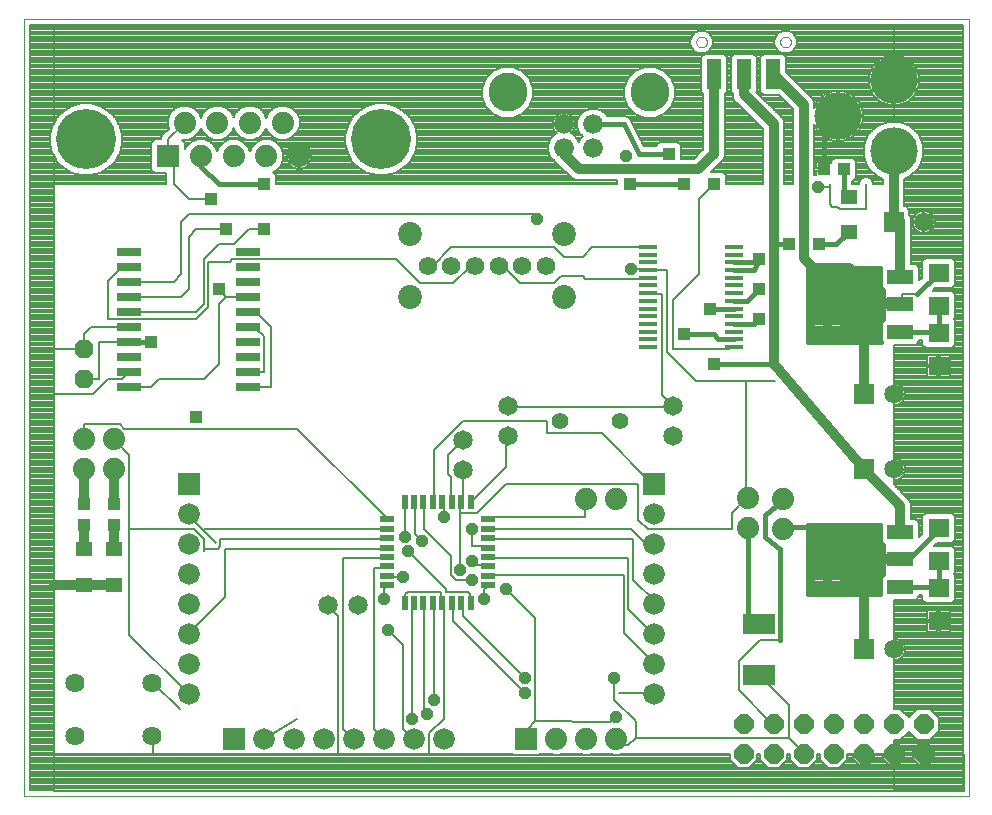
<source format=gtl>
G75*
G70*
%OFA0B0*%
%FSLAX24Y24*%
%IPPOS*%
%LPD*%
%AMOC8*
5,1,8,0,0,1.08239X$1,22.5*
%
%ADD10C,0.0000*%
%ADD11R,0.0500X0.0220*%
%ADD12R,0.0220X0.0500*%
%ADD13R,0.0591X0.0157*%
%ADD14C,0.0660*%
%ADD15C,0.1300*%
%ADD16R,0.0740X0.0740*%
%ADD17C,0.0740*%
%ADD18C,0.2000*%
%ADD19OC8,0.0630*%
%ADD20C,0.1580*%
%ADD21R,0.0472X0.0984*%
%ADD22C,0.0797*%
%ADD23C,0.0614*%
%ADD24OC8,0.0640*%
%ADD25R,0.1063X0.0709*%
%ADD26C,0.0640*%
%ADD27R,0.0720X0.0720*%
%ADD28C,0.0720*%
%ADD29C,0.0560*%
%ADD30C,0.0650*%
%ADD31R,0.0800X0.0260*%
%ADD32R,0.0880X0.0480*%
%ADD33R,0.0866X0.1417*%
%ADD34R,0.0650X0.0650*%
%ADD35R,0.0709X0.0630*%
%ADD36R,0.0551X0.0472*%
%ADD37R,0.0394X0.0433*%
%ADD38R,0.0433X0.0394*%
%ADD39C,0.0080*%
%ADD40C,0.0160*%
%ADD41R,0.0436X0.0436*%
%ADD42C,0.0320*%
%ADD43OC8,0.0400*%
D10*
X000141Y000278D02*
X031637Y000278D01*
X031637Y026148D01*
X000141Y026148D01*
X000141Y000278D01*
X022566Y025398D02*
X022568Y025424D01*
X022574Y025450D01*
X022584Y025475D01*
X022597Y025498D01*
X022613Y025518D01*
X022633Y025536D01*
X022655Y025551D01*
X022678Y025563D01*
X022704Y025571D01*
X022730Y025575D01*
X022756Y025575D01*
X022782Y025571D01*
X022808Y025563D01*
X022832Y025551D01*
X022853Y025536D01*
X022873Y025518D01*
X022889Y025498D01*
X022902Y025475D01*
X022912Y025450D01*
X022918Y025424D01*
X022920Y025398D01*
X022918Y025372D01*
X022912Y025346D01*
X022902Y025321D01*
X022889Y025298D01*
X022873Y025278D01*
X022853Y025260D01*
X022831Y025245D01*
X022808Y025233D01*
X022782Y025225D01*
X022756Y025221D01*
X022730Y025221D01*
X022704Y025225D01*
X022678Y025233D01*
X022654Y025245D01*
X022633Y025260D01*
X022613Y025278D01*
X022597Y025298D01*
X022584Y025321D01*
X022574Y025346D01*
X022568Y025372D01*
X022566Y025398D01*
X025362Y025398D02*
X025364Y025424D01*
X025370Y025450D01*
X025380Y025475D01*
X025393Y025498D01*
X025409Y025518D01*
X025429Y025536D01*
X025451Y025551D01*
X025474Y025563D01*
X025500Y025571D01*
X025526Y025575D01*
X025552Y025575D01*
X025578Y025571D01*
X025604Y025563D01*
X025628Y025551D01*
X025649Y025536D01*
X025669Y025518D01*
X025685Y025498D01*
X025698Y025475D01*
X025708Y025450D01*
X025714Y025424D01*
X025716Y025398D01*
X025714Y025372D01*
X025708Y025346D01*
X025698Y025321D01*
X025685Y025298D01*
X025669Y025278D01*
X025649Y025260D01*
X025627Y025245D01*
X025604Y025233D01*
X025578Y025225D01*
X025552Y025221D01*
X025526Y025221D01*
X025500Y025225D01*
X025474Y025233D01*
X025450Y025245D01*
X025429Y025260D01*
X025409Y025278D01*
X025393Y025298D01*
X025380Y025321D01*
X025370Y025346D01*
X025364Y025372D01*
X025362Y025398D01*
D11*
X015631Y009490D03*
X015631Y009175D03*
X015631Y008860D03*
X015631Y008545D03*
X015631Y008230D03*
X015631Y007915D03*
X015631Y007600D03*
X015631Y007285D03*
X012251Y007285D03*
X012251Y007600D03*
X012251Y007915D03*
X012251Y008230D03*
X012251Y008545D03*
X012251Y008860D03*
X012251Y009175D03*
X012251Y009490D03*
D12*
X012839Y010078D03*
X013154Y010078D03*
X013469Y010078D03*
X013784Y010078D03*
X014099Y010078D03*
X014414Y010078D03*
X014729Y010078D03*
X015043Y010078D03*
X015043Y006698D03*
X014729Y006698D03*
X014414Y006698D03*
X014099Y006698D03*
X013784Y006698D03*
X013469Y006698D03*
X013154Y006698D03*
X012839Y006698D03*
D13*
X020964Y015234D03*
X020964Y015490D03*
X020964Y015746D03*
X020964Y016002D03*
X020964Y016258D03*
X020964Y016514D03*
X020964Y016770D03*
X020964Y017026D03*
X020964Y017282D03*
X020964Y017537D03*
X020964Y017793D03*
X020964Y018049D03*
X020964Y018305D03*
X020964Y018561D03*
X023818Y018561D03*
X023818Y018305D03*
X023818Y018049D03*
X023818Y017793D03*
X023818Y017537D03*
X023818Y017282D03*
X023818Y017026D03*
X023818Y016770D03*
X023818Y016514D03*
X023818Y016258D03*
X023818Y016002D03*
X023818Y015746D03*
X023818Y015490D03*
X023818Y015234D03*
D14*
X019133Y021868D03*
X019133Y022648D03*
X018149Y022648D03*
X018149Y021868D03*
D15*
X016271Y023718D03*
X021011Y023718D03*
D16*
X004960Y021589D03*
X016891Y002148D03*
D17*
X017891Y002148D03*
X018891Y002148D03*
X019891Y002148D03*
X024281Y009188D03*
X024281Y010188D03*
X025441Y010158D03*
X025441Y009158D03*
X019901Y010148D03*
X018901Y010148D03*
X009322Y021589D03*
X008232Y021589D03*
X007141Y021589D03*
X006051Y021589D03*
X005507Y022707D03*
X006598Y022707D03*
X007684Y022707D03*
X008775Y022707D03*
X003141Y012148D03*
X002141Y012148D03*
X002141Y011148D03*
X003141Y011148D03*
D18*
X002220Y022148D03*
X012062Y022148D03*
D19*
X002141Y015148D03*
X002141Y014148D03*
D20*
X027291Y022935D03*
X029141Y021754D03*
X029141Y024116D03*
D21*
X025125Y024315D03*
X024141Y024315D03*
X023157Y024315D03*
D22*
X018141Y018984D03*
X018141Y016898D03*
X013023Y016898D03*
X013023Y018984D03*
D23*
X013614Y017941D03*
X014401Y017941D03*
X015188Y017941D03*
X015976Y017941D03*
X016763Y017941D03*
X017551Y017941D03*
D24*
X024141Y002648D03*
X025141Y002648D03*
X026141Y002648D03*
X027141Y002648D03*
X028141Y002648D03*
X029141Y002648D03*
X030141Y002648D03*
X030141Y001648D03*
X029141Y001648D03*
X028141Y001648D03*
X027141Y001648D03*
X026141Y001648D03*
X025141Y001648D03*
X024141Y001648D03*
D25*
X024641Y004282D03*
X024641Y006014D03*
D26*
X004421Y004038D03*
X004421Y002258D03*
X001861Y002258D03*
X001861Y004038D03*
D27*
X007141Y002148D03*
X005641Y010648D03*
X021141Y010648D03*
D28*
X021141Y009648D03*
X021141Y008648D03*
X021141Y007648D03*
X021141Y006648D03*
X021141Y005648D03*
X021141Y004648D03*
X021141Y003648D03*
X014141Y002148D03*
X013141Y002148D03*
X012141Y002148D03*
X011141Y002148D03*
X010141Y002148D03*
X009141Y002148D03*
X008141Y002148D03*
X005641Y003648D03*
X005641Y004648D03*
X005641Y005648D03*
X005641Y006648D03*
X005641Y007648D03*
X005641Y008648D03*
X005641Y009648D03*
D29*
X018021Y012748D03*
X020021Y012748D03*
D30*
X021771Y013248D03*
X021771Y012248D03*
X016271Y012248D03*
X016271Y013248D03*
X014801Y012128D03*
X014801Y011128D03*
X011301Y006628D03*
X010301Y006628D03*
X029141Y005148D03*
X029141Y011148D03*
X029141Y013648D03*
X030141Y019398D03*
D31*
X007621Y018398D03*
X007621Y017898D03*
X007621Y017398D03*
X007621Y016898D03*
X007621Y016398D03*
X007621Y015898D03*
X007621Y015398D03*
X007621Y014898D03*
X007621Y014398D03*
X007621Y013898D03*
X003661Y013898D03*
X003661Y014398D03*
X003661Y014898D03*
X003661Y015398D03*
X003661Y015898D03*
X003661Y016398D03*
X003661Y016898D03*
X003661Y017398D03*
X003661Y017898D03*
X003661Y018398D03*
D32*
X029361Y017558D03*
X029361Y016648D03*
X029361Y015738D03*
X029361Y009058D03*
X029361Y008148D03*
X029361Y007238D03*
D33*
X026921Y008148D03*
X026921Y016648D03*
D34*
X029141Y019398D03*
X028141Y013648D03*
X028141Y011148D03*
X028141Y005148D03*
D35*
X030641Y006097D03*
X030641Y007199D03*
X030641Y008097D03*
X030641Y009199D03*
X030641Y014597D03*
X030641Y015699D03*
X030641Y016597D03*
X030641Y017699D03*
D36*
X027641Y019057D03*
X027641Y020238D03*
X003141Y008488D03*
X002141Y008488D03*
X002141Y007307D03*
X003141Y007307D03*
D37*
X003141Y009313D03*
X003141Y009982D03*
X002141Y009982D03*
X002141Y009313D03*
D38*
X026806Y021148D03*
X027476Y021148D03*
D39*
X027892Y021182D02*
X028313Y021182D01*
X028302Y021193D02*
X028580Y020915D01*
X028781Y020832D01*
X028781Y020648D01*
X028461Y020648D01*
X028461Y020695D01*
X028425Y020784D01*
X028357Y020851D01*
X028269Y020888D01*
X028173Y020888D01*
X028085Y020851D01*
X028018Y020784D01*
X027981Y020695D01*
X027981Y020674D01*
X027756Y020674D01*
X027756Y020751D01*
X027775Y020751D01*
X027892Y020868D01*
X028125Y020868D01*
X028023Y020789D02*
X027814Y020789D01*
X027756Y020711D02*
X027987Y020711D01*
X027892Y020868D02*
X027892Y021427D01*
X027775Y021545D01*
X027176Y021545D01*
X027059Y021427D01*
X027059Y021365D01*
X027040Y021385D01*
X026846Y021385D01*
X026846Y021188D01*
X026766Y021188D01*
X026766Y021108D01*
X026550Y021108D01*
X026550Y020948D01*
X026501Y020948D01*
X026501Y022673D01*
X026587Y022465D01*
X026821Y022231D01*
X027126Y022105D01*
X027251Y022105D01*
X027251Y022895D01*
X027331Y022895D01*
X027331Y022975D01*
X028121Y022975D01*
X028121Y023100D01*
X027994Y023405D01*
X027761Y023639D01*
X027456Y023765D01*
X027331Y023765D01*
X027331Y022975D01*
X027251Y022975D01*
X027251Y023765D01*
X027126Y023765D01*
X026821Y023639D01*
X026587Y023405D01*
X026501Y023198D01*
X026501Y023371D01*
X026446Y023503D01*
X026345Y023604D01*
X025562Y024388D01*
X025562Y024890D01*
X025444Y025007D01*
X024806Y025007D01*
X024689Y024890D01*
X024689Y023740D01*
X024806Y023623D01*
X025308Y023623D01*
X025781Y023150D01*
X025781Y020648D01*
X025501Y020648D01*
X025501Y022719D01*
X025446Y022852D01*
X025345Y022953D01*
X024568Y023730D01*
X024577Y023740D01*
X024577Y024890D01*
X024460Y025007D01*
X023822Y025007D01*
X023705Y024890D01*
X023705Y023740D01*
X023781Y023664D01*
X023781Y023576D01*
X023836Y023444D01*
X023937Y023343D01*
X024781Y022499D01*
X024781Y020648D01*
X023559Y020648D01*
X023559Y020949D01*
X023442Y021066D01*
X023052Y021066D01*
X023361Y021374D01*
X023462Y021475D01*
X023517Y021608D01*
X023517Y023664D01*
X023593Y023740D01*
X023593Y024890D01*
X023476Y025007D01*
X022838Y025007D01*
X022721Y024890D01*
X022721Y023740D01*
X022797Y023664D01*
X022797Y021828D01*
X022476Y021508D01*
X022059Y021508D01*
X022059Y021949D01*
X021942Y022066D01*
X021340Y022066D01*
X021223Y021949D01*
X021223Y021928D01*
X020814Y021928D01*
X020396Y022764D01*
X020378Y022806D01*
X020371Y022814D01*
X020367Y022823D01*
X020332Y022853D01*
X020300Y022885D01*
X020290Y022889D01*
X020282Y022896D01*
X020239Y022910D01*
X020197Y022928D01*
X020186Y022928D01*
X020177Y022931D01*
X020131Y022928D01*
X019591Y022928D01*
X019583Y022948D01*
X019433Y023097D01*
X019239Y023178D01*
X019028Y023178D01*
X018833Y023097D01*
X018684Y022948D01*
X018603Y022753D01*
X018506Y022753D01*
X018519Y022721D02*
X018463Y022857D01*
X018359Y022961D01*
X018223Y023018D01*
X018189Y023018D01*
X018189Y022688D01*
X018109Y022688D01*
X018109Y023018D01*
X018075Y023018D01*
X017939Y022961D01*
X017835Y022857D01*
X017779Y022721D01*
X017779Y022688D01*
X018109Y022688D01*
X018109Y022608D01*
X017779Y022608D01*
X017779Y022574D01*
X017835Y022438D01*
X017925Y022349D01*
X017849Y022317D01*
X017700Y022168D01*
X017619Y021973D01*
X017619Y021762D01*
X017700Y021567D01*
X017849Y021418D01*
X017870Y021410D01*
X018437Y020843D01*
X018569Y020788D01*
X018713Y020788D01*
X019935Y020788D01*
X019935Y020648D01*
X008559Y020648D01*
X008559Y020949D01*
X008447Y021061D01*
X008555Y021105D01*
X008715Y021266D01*
X008802Y021475D01*
X008802Y021702D01*
X008715Y021912D01*
X008555Y022072D01*
X008345Y022159D01*
X008118Y022159D01*
X007909Y022072D01*
X007748Y021912D01*
X007686Y021762D01*
X007624Y021912D01*
X007464Y022072D01*
X007254Y022159D01*
X007028Y022159D01*
X006818Y022072D01*
X006658Y021912D01*
X006596Y021762D01*
X006534Y021912D01*
X006373Y022072D01*
X006164Y022159D01*
X005937Y022159D01*
X005728Y022072D01*
X005567Y021912D01*
X005530Y021821D01*
X005530Y022041D01*
X005435Y022137D01*
X005621Y022137D01*
X005830Y022224D01*
X005990Y022384D01*
X006052Y022534D01*
X006115Y022384D01*
X006275Y022224D01*
X006484Y022137D01*
X006711Y022137D01*
X006921Y022224D01*
X007081Y022384D01*
X007141Y022529D01*
X007201Y022384D01*
X007361Y022224D01*
X007571Y022137D01*
X007798Y022137D01*
X008007Y022224D01*
X008168Y022384D01*
X008230Y022534D01*
X008292Y022384D01*
X008452Y022224D01*
X008662Y022137D01*
X008888Y022137D01*
X009098Y022224D01*
X009258Y022384D01*
X009345Y022593D01*
X009345Y022820D01*
X009258Y023030D01*
X009098Y023190D01*
X008888Y023277D01*
X008662Y023277D01*
X008452Y023190D01*
X008292Y023030D01*
X008230Y022880D01*
X008168Y023030D01*
X008007Y023190D01*
X007798Y023277D01*
X007571Y023277D01*
X007361Y023190D01*
X007201Y023030D01*
X007141Y022884D01*
X007081Y023030D01*
X006921Y023190D01*
X006711Y023277D01*
X006484Y023277D01*
X006275Y023190D01*
X006115Y023030D01*
X006052Y022880D01*
X005990Y023030D01*
X005830Y023190D01*
X005621Y023277D01*
X005394Y023277D01*
X005184Y023190D01*
X005024Y023030D01*
X004937Y022820D01*
X004937Y022593D01*
X004972Y022510D01*
X004757Y022295D01*
X004720Y022207D01*
X004720Y022159D01*
X004507Y022159D01*
X004390Y022041D01*
X004390Y021136D01*
X004507Y021019D01*
X004901Y021019D01*
X004901Y020695D01*
X004901Y020648D01*
X001141Y020648D01*
X001141Y021616D01*
X001260Y021411D01*
X001483Y021187D01*
X001757Y021029D01*
X002062Y020948D01*
X002378Y020948D01*
X002683Y021029D01*
X002957Y021187D01*
X003180Y021411D01*
X003338Y021685D01*
X003420Y021990D01*
X003420Y022306D01*
X003338Y022611D01*
X003180Y022885D01*
X002957Y023108D01*
X002683Y023266D01*
X002378Y023348D01*
X002062Y023348D01*
X001757Y023266D01*
X001483Y023108D01*
X001260Y022885D01*
X001141Y022679D01*
X001141Y025948D01*
X029141Y025948D01*
X029141Y024156D01*
X029101Y024156D01*
X029101Y024076D01*
X029141Y024076D01*
X029141Y022744D01*
X028944Y022744D01*
X028580Y022593D01*
X028302Y022315D01*
X028151Y021951D01*
X028151Y021557D01*
X028302Y021193D01*
X028274Y021261D02*
X027892Y021261D01*
X027892Y021339D02*
X028241Y021339D01*
X028209Y021418D02*
X027892Y021418D01*
X027824Y021496D02*
X028176Y021496D01*
X028151Y021575D02*
X026501Y021575D01*
X026501Y021653D02*
X028151Y021653D01*
X028151Y021732D02*
X026501Y021732D01*
X026501Y021810D02*
X028151Y021810D01*
X028151Y021889D02*
X026501Y021889D01*
X026501Y021967D02*
X028158Y021967D01*
X028190Y022046D02*
X026501Y022046D01*
X026501Y022124D02*
X027079Y022124D01*
X027251Y022124D02*
X027331Y022124D01*
X027331Y022105D02*
X027456Y022105D01*
X027761Y022231D01*
X027994Y022465D01*
X028121Y022770D01*
X028121Y022895D01*
X027331Y022895D01*
X027331Y022105D01*
X027331Y022203D02*
X027251Y022203D01*
X027251Y022282D02*
X027331Y022282D01*
X027331Y022360D02*
X027251Y022360D01*
X027251Y022439D02*
X027331Y022439D01*
X027331Y022517D02*
X027251Y022517D01*
X027251Y022596D02*
X027331Y022596D01*
X027331Y022674D02*
X027251Y022674D01*
X027251Y022753D02*
X027331Y022753D01*
X027331Y022831D02*
X027251Y022831D01*
X027331Y022910D02*
X029141Y022910D01*
X031437Y022910D01*
X031437Y022988D02*
X029141Y022988D01*
X028121Y022988D01*
X028121Y023067D02*
X029141Y023067D01*
X031437Y023067D01*
X031437Y023146D02*
X029141Y023146D01*
X028102Y023146D01*
X028069Y023224D02*
X029141Y023224D01*
X031437Y023224D01*
X031437Y023303D02*
X029346Y023303D01*
X029306Y023286D02*
X029611Y023413D01*
X029845Y023646D01*
X029971Y023951D01*
X029971Y024076D01*
X029181Y024076D01*
X029181Y023286D01*
X029306Y023286D01*
X029181Y023303D02*
X029141Y023303D01*
X029101Y023303D01*
X029101Y023286D02*
X029101Y024076D01*
X028311Y024076D01*
X028311Y023951D01*
X028437Y023646D01*
X028671Y023413D01*
X028976Y023286D01*
X029101Y023286D01*
X029101Y023381D02*
X029141Y023381D01*
X029181Y023381D01*
X029181Y023460D02*
X029141Y023460D01*
X029101Y023460D01*
X029101Y023538D02*
X029141Y023538D01*
X029181Y023538D01*
X029181Y023617D02*
X029141Y023617D01*
X029101Y023617D01*
X029101Y023695D02*
X029141Y023695D01*
X029181Y023695D01*
X029181Y023774D02*
X029141Y023774D01*
X029101Y023774D01*
X029101Y023852D02*
X029141Y023852D01*
X029181Y023852D01*
X029181Y023931D02*
X029141Y023931D01*
X029101Y023931D01*
X029101Y024010D02*
X029141Y024010D01*
X029181Y024010D01*
X029181Y024076D02*
X029141Y024076D01*
X029141Y022744D01*
X029338Y022744D01*
X029702Y022593D01*
X029980Y022315D01*
X030131Y021951D01*
X030131Y021557D01*
X029980Y021193D01*
X029702Y020915D01*
X029501Y020832D01*
X029501Y019923D01*
X029549Y019923D01*
X029666Y019806D01*
X029666Y019632D01*
X029666Y019632D01*
X029684Y019588D01*
X029708Y019547D01*
X029711Y019523D01*
X029721Y019499D01*
X029721Y019452D01*
X029727Y019405D01*
X029721Y019381D01*
X029721Y017998D01*
X029884Y017998D01*
X030001Y017881D01*
X030001Y017455D01*
X030087Y017541D01*
X030087Y018097D01*
X030204Y018214D01*
X031078Y018214D01*
X031195Y018097D01*
X031195Y017301D01*
X031078Y017184D01*
X030522Y017184D01*
X030450Y017111D01*
X031078Y017111D01*
X031195Y016994D01*
X031195Y016199D01*
X031144Y016148D01*
X031195Y016097D01*
X031195Y015301D01*
X031078Y015184D01*
X030204Y015184D01*
X030087Y015301D01*
X030087Y015458D01*
X030001Y015458D01*
X030001Y015415D01*
X029884Y015298D01*
X029141Y015298D01*
X029141Y013677D01*
X029170Y013677D01*
X029170Y014013D01*
X029214Y014013D01*
X029348Y013957D01*
X029451Y013854D01*
X029506Y013720D01*
X029506Y013677D01*
X029170Y013677D01*
X029170Y013619D01*
X029506Y013619D01*
X029506Y013575D01*
X029451Y013441D01*
X029348Y013338D01*
X029214Y013283D01*
X029170Y013283D01*
X029170Y013619D01*
X029141Y013619D01*
X029141Y011177D01*
X029170Y011177D01*
X029170Y011513D01*
X029214Y011513D01*
X029348Y011457D01*
X029451Y011354D01*
X029506Y011220D01*
X029506Y011177D01*
X029170Y011177D01*
X029170Y011119D01*
X029506Y011119D01*
X029506Y011075D01*
X029451Y010941D01*
X029348Y010838D01*
X029214Y010783D01*
X029170Y010783D01*
X029170Y011119D01*
X029141Y011119D01*
X029141Y010657D01*
X031437Y010657D01*
X031437Y010579D02*
X029219Y010579D01*
X029141Y010657D02*
X029565Y010233D01*
X029565Y010233D01*
X029666Y010132D01*
X029721Y009999D01*
X029721Y009498D01*
X029884Y009498D01*
X030001Y009381D01*
X030001Y008904D01*
X030087Y008989D01*
X030087Y009597D01*
X030204Y009714D01*
X031078Y009714D01*
X031195Y009597D01*
X031195Y008801D01*
X031078Y008684D01*
X030573Y008684D01*
X030501Y008611D01*
X031078Y008611D01*
X031195Y008494D01*
X031195Y007699D01*
X031144Y007648D01*
X031195Y007597D01*
X031195Y006801D01*
X031078Y006684D01*
X030204Y006684D01*
X030087Y006801D01*
X030087Y006958D01*
X030001Y006958D01*
X030001Y006915D01*
X029884Y006798D01*
X029141Y006798D01*
X029141Y005177D01*
X029170Y005177D01*
X029170Y005513D01*
X029214Y005513D01*
X029348Y005457D01*
X029451Y005354D01*
X029506Y005220D01*
X029506Y005177D01*
X029170Y005177D01*
X029170Y005119D01*
X029506Y005119D01*
X029506Y005075D01*
X029451Y004941D01*
X029348Y004838D01*
X029214Y004783D01*
X029170Y004783D01*
X029170Y005119D01*
X029141Y005119D01*
X029141Y003168D01*
X029356Y003168D01*
X029641Y002883D01*
X029926Y003168D01*
X030356Y003168D01*
X030661Y002863D01*
X030661Y002432D01*
X030356Y002128D01*
X029926Y002128D01*
X029641Y002412D01*
X029356Y002128D01*
X029141Y002128D01*
X029141Y001688D01*
X029181Y001688D01*
X029181Y002008D01*
X029290Y002008D01*
X029501Y001797D01*
X029501Y001688D01*
X029181Y001688D01*
X029181Y001608D01*
X029181Y001648D01*
X030101Y001648D01*
X030101Y001608D01*
X029781Y001608D01*
X029781Y001499D01*
X029992Y001288D01*
X030101Y001288D01*
X030101Y001608D01*
X029781Y001608D01*
X029781Y001499D01*
X029992Y001288D01*
X030101Y001288D01*
X030101Y001608D01*
X030101Y001688D01*
X030101Y002008D01*
X029992Y002008D01*
X029781Y001797D01*
X029781Y001688D01*
X030101Y001688D01*
X030181Y001688D01*
X030181Y002008D01*
X030290Y002008D01*
X030501Y001797D01*
X030501Y001688D01*
X030181Y001688D01*
X030181Y001608D01*
X030181Y001648D01*
X031497Y001648D01*
X031497Y000418D01*
X001141Y000418D01*
X001141Y001648D01*
X016453Y001648D01*
X016463Y001638D01*
X017319Y001638D01*
X017329Y001648D01*
X017766Y001648D01*
X017790Y001638D01*
X017993Y001638D01*
X018017Y001648D01*
X018766Y001648D01*
X018790Y001638D01*
X018993Y001638D01*
X019017Y001648D01*
X019766Y001648D01*
X019790Y001638D01*
X019993Y001638D01*
X020017Y001648D01*
X023681Y001648D01*
X023681Y001457D01*
X023951Y001188D01*
X024332Y001188D01*
X024601Y001457D01*
X024601Y001648D01*
X024681Y001648D01*
X024681Y001457D01*
X024951Y001188D01*
X025332Y001188D01*
X025601Y001457D01*
X025601Y001648D01*
X025681Y001648D01*
X025681Y001457D01*
X025951Y001188D01*
X026332Y001188D01*
X026601Y001457D01*
X026601Y001648D01*
X026681Y001648D01*
X026681Y001457D01*
X026951Y001188D01*
X027332Y001188D01*
X027601Y001457D01*
X027601Y001648D01*
X028101Y001648D01*
X028101Y001608D01*
X027781Y001608D01*
X027781Y001499D01*
X027992Y001288D01*
X028101Y001288D01*
X028101Y001608D01*
X028181Y001608D01*
X028181Y001648D01*
X029101Y001648D01*
X029101Y001608D01*
X028781Y001608D01*
X028781Y001499D01*
X028992Y001288D01*
X029101Y001288D01*
X029101Y001608D01*
X029181Y001608D01*
X029501Y001608D01*
X029501Y001499D01*
X029290Y001288D01*
X029181Y001288D01*
X029181Y001608D01*
X029501Y001608D01*
X029501Y001499D01*
X029290Y001288D01*
X029181Y001288D01*
X029181Y001608D01*
X029141Y001608D01*
X029141Y000478D01*
X031437Y000478D01*
X031437Y025948D01*
X029141Y025948D01*
X029141Y024156D01*
X029181Y024156D01*
X029971Y024156D01*
X029971Y024281D01*
X029845Y024586D01*
X029611Y024820D01*
X029306Y024946D01*
X029181Y024946D01*
X029181Y024156D01*
X029181Y024076D01*
X029181Y024088D02*
X031437Y024088D01*
X031437Y024010D02*
X029971Y024010D01*
X029963Y023931D02*
X031437Y023931D01*
X031437Y023852D02*
X029930Y023852D01*
X029898Y023774D02*
X031437Y023774D01*
X031437Y023695D02*
X029865Y023695D01*
X029815Y023617D02*
X031437Y023617D01*
X031437Y023538D02*
X029737Y023538D01*
X029658Y023460D02*
X031437Y023460D01*
X031437Y023381D02*
X029535Y023381D01*
X028936Y023303D02*
X028037Y023303D01*
X028004Y023381D02*
X028747Y023381D01*
X028624Y023460D02*
X027940Y023460D01*
X027861Y023538D02*
X028545Y023538D01*
X028467Y023617D02*
X027783Y023617D01*
X027624Y023695D02*
X028417Y023695D01*
X028384Y023774D02*
X026176Y023774D01*
X026254Y023695D02*
X026957Y023695D01*
X026799Y023617D02*
X026333Y023617D01*
X026411Y023538D02*
X026720Y023538D01*
X026642Y023460D02*
X026464Y023460D01*
X026497Y023381D02*
X026577Y023381D01*
X026545Y023303D02*
X026501Y023303D01*
X026501Y023224D02*
X026512Y023224D01*
X026501Y022596D02*
X026533Y022596D01*
X026501Y022517D02*
X026565Y022517D01*
X026613Y022439D02*
X026501Y022439D01*
X026501Y022360D02*
X026692Y022360D01*
X026770Y022282D02*
X026501Y022282D01*
X026501Y022203D02*
X026889Y022203D01*
X027503Y022124D02*
X028223Y022124D01*
X028256Y022203D02*
X027692Y022203D01*
X027811Y022282D02*
X028288Y022282D01*
X028347Y022360D02*
X027889Y022360D01*
X027968Y022439D02*
X028426Y022439D01*
X028504Y022517D02*
X028016Y022517D01*
X028048Y022596D02*
X028586Y022596D01*
X028776Y022674D02*
X028081Y022674D01*
X028114Y022753D02*
X029141Y022753D01*
X031437Y022753D01*
X031437Y022831D02*
X029141Y022831D01*
X028121Y022831D01*
X027331Y022988D02*
X027251Y022988D01*
X027251Y023067D02*
X027331Y023067D01*
X027331Y023146D02*
X027251Y023146D01*
X027251Y023224D02*
X027331Y023224D01*
X027331Y023303D02*
X027251Y023303D01*
X027251Y023381D02*
X027331Y023381D01*
X027331Y023460D02*
X027251Y023460D01*
X027251Y023538D02*
X027331Y023538D01*
X027331Y023617D02*
X027251Y023617D01*
X027251Y023695D02*
X027331Y023695D01*
X028352Y023852D02*
X026097Y023852D01*
X026018Y023931D02*
X028319Y023931D01*
X028311Y024010D02*
X025940Y024010D01*
X025861Y024088D02*
X029101Y024088D01*
X029101Y024156D02*
X028311Y024156D01*
X028311Y024281D01*
X028437Y024586D01*
X028671Y024820D01*
X028976Y024946D01*
X029101Y024946D01*
X029101Y024156D01*
X029101Y024167D02*
X029141Y024167D01*
X029181Y024167D01*
X029181Y024245D02*
X029141Y024245D01*
X029101Y024245D01*
X029101Y024324D02*
X029141Y024324D01*
X029181Y024324D01*
X029181Y024402D02*
X029141Y024402D01*
X029101Y024402D01*
X029101Y024481D02*
X029141Y024481D01*
X029181Y024481D01*
X029181Y024559D02*
X029141Y024559D01*
X029101Y024559D01*
X029101Y024638D02*
X029141Y024638D01*
X029181Y024638D01*
X029181Y024716D02*
X029141Y024716D01*
X029101Y024716D01*
X029101Y024795D02*
X029141Y024795D01*
X029181Y024795D01*
X029181Y024874D02*
X029141Y024874D01*
X029101Y024874D01*
X029141Y024952D02*
X025499Y024952D01*
X025464Y025021D02*
X025614Y025021D01*
X025752Y025078D01*
X025858Y025184D01*
X025916Y025323D01*
X025916Y025473D01*
X025858Y025611D01*
X025752Y025717D01*
X025614Y025775D01*
X025464Y025775D01*
X025325Y025717D01*
X025219Y025611D01*
X025162Y025473D01*
X025162Y025323D01*
X025219Y025184D01*
X025325Y025078D01*
X025464Y025021D01*
X025439Y025031D02*
X022843Y025031D01*
X022818Y025021D02*
X022957Y025078D01*
X023063Y025184D01*
X023121Y025323D01*
X023121Y025473D01*
X023063Y025611D01*
X022957Y025717D01*
X022818Y025775D01*
X022668Y025775D01*
X022530Y025717D01*
X022424Y025611D01*
X022366Y025473D01*
X022366Y025323D01*
X022424Y025184D01*
X022530Y025078D01*
X022668Y025021D01*
X022818Y025021D01*
X022783Y024952D02*
X001141Y024952D01*
X000341Y024952D01*
X000341Y024874D02*
X001141Y024874D01*
X022721Y024874D01*
X022721Y024795D02*
X001141Y024795D01*
X000341Y024795D01*
X000341Y024716D02*
X001141Y024716D01*
X022721Y024716D01*
X022721Y024638D02*
X001141Y024638D01*
X000341Y024638D01*
X000341Y024559D02*
X001141Y024559D01*
X016082Y024559D01*
X016102Y024568D02*
X015790Y024438D01*
X015551Y024199D01*
X015421Y023887D01*
X015421Y023549D01*
X015551Y023236D01*
X015790Y022997D01*
X016102Y022868D01*
X016440Y022868D01*
X016753Y022997D01*
X016992Y023236D01*
X017121Y023549D01*
X017121Y023887D01*
X016992Y024199D01*
X016753Y024438D01*
X016440Y024568D01*
X016102Y024568D01*
X015892Y024481D02*
X001141Y024481D01*
X000341Y024481D01*
X000341Y024402D02*
X001141Y024402D01*
X015754Y024402D01*
X015675Y024324D02*
X001141Y024324D01*
X000341Y024324D01*
X000341Y024245D02*
X001141Y024245D01*
X015596Y024245D01*
X015537Y024167D02*
X001141Y024167D01*
X000341Y024167D01*
X000341Y024088D02*
X001141Y024088D01*
X015505Y024088D01*
X015472Y024010D02*
X001141Y024010D01*
X000341Y024010D01*
X000341Y023931D02*
X001141Y023931D01*
X015439Y023931D01*
X015421Y023852D02*
X001141Y023852D01*
X000341Y023852D01*
X000341Y023774D02*
X001141Y023774D01*
X015421Y023774D01*
X015421Y023695D02*
X001141Y023695D01*
X000341Y023695D01*
X000341Y023617D02*
X001141Y023617D01*
X015421Y023617D01*
X015425Y023538D02*
X001141Y023538D01*
X000341Y023538D01*
X000341Y023460D02*
X001141Y023460D01*
X015458Y023460D01*
X015490Y023381D02*
X001141Y023381D01*
X000341Y023381D01*
X000341Y023303D02*
X001141Y023303D01*
X001894Y023303D01*
X001684Y023224D02*
X001141Y023224D01*
X000341Y023224D01*
X000341Y023146D02*
X001141Y023146D01*
X001548Y023146D01*
X001442Y023067D02*
X001141Y023067D01*
X000341Y023067D01*
X000341Y022988D02*
X001141Y022988D01*
X001364Y022988D01*
X001285Y022910D02*
X001141Y022910D01*
X000341Y022910D01*
X000341Y022831D02*
X001141Y022831D01*
X001229Y022831D01*
X001184Y022753D02*
X001141Y022753D01*
X000341Y022753D01*
X000341Y022674D02*
X001138Y022674D01*
X001141Y022679D02*
X001102Y022611D01*
X001020Y022306D01*
X001020Y021990D01*
X001102Y021685D01*
X001141Y021616D01*
X001141Y000478D01*
X000341Y000478D01*
X000341Y025948D01*
X001141Y025948D01*
X001141Y022679D01*
X001098Y022596D02*
X000341Y022596D01*
X000341Y022517D02*
X001077Y022517D01*
X001055Y022439D02*
X000341Y022439D01*
X000341Y022360D02*
X001034Y022360D01*
X001020Y022282D02*
X000341Y022282D01*
X000341Y022203D02*
X001020Y022203D01*
X001020Y022124D02*
X000341Y022124D01*
X000341Y022046D02*
X001020Y022046D01*
X001026Y021967D02*
X000341Y021967D01*
X000341Y021889D02*
X001047Y021889D01*
X001068Y021810D02*
X000341Y021810D01*
X000341Y021732D02*
X001089Y021732D01*
X001120Y021653D02*
X000341Y021653D01*
X000341Y021575D02*
X001141Y021575D01*
X001165Y021575D01*
X001141Y021496D02*
X001210Y021496D01*
X001141Y021496D02*
X000341Y021496D01*
X000341Y021418D02*
X001141Y021418D01*
X001256Y021418D01*
X001331Y021339D02*
X001141Y021339D01*
X000341Y021339D01*
X000341Y021261D02*
X001141Y021261D01*
X001410Y021261D01*
X001493Y021182D02*
X001141Y021182D01*
X000341Y021182D01*
X000341Y021103D02*
X001141Y021103D01*
X001629Y021103D01*
X001774Y021025D02*
X001141Y021025D01*
X000341Y021025D01*
X000341Y020946D02*
X001141Y020946D01*
X004901Y020946D01*
X004901Y020868D02*
X001141Y020868D01*
X000341Y020868D01*
X000341Y020789D02*
X001141Y020789D01*
X004901Y020789D01*
X004901Y020711D02*
X001141Y020711D01*
X000341Y020711D01*
X000341Y020632D02*
X001141Y020632D01*
X001141Y020554D02*
X000341Y020554D01*
X000341Y020475D02*
X001141Y020475D01*
X001141Y020397D02*
X000341Y020397D01*
X000341Y020318D02*
X001141Y020318D01*
X001141Y020239D02*
X000341Y020239D01*
X000341Y020161D02*
X001141Y020161D01*
X001141Y020082D02*
X000341Y020082D01*
X000341Y020004D02*
X001141Y020004D01*
X001141Y019925D02*
X000341Y019925D01*
X000341Y019847D02*
X001141Y019847D01*
X001141Y019768D02*
X000341Y019768D01*
X000341Y019690D02*
X001141Y019690D01*
X001141Y019611D02*
X000341Y019611D01*
X000341Y019533D02*
X001141Y019533D01*
X001141Y019454D02*
X000341Y019454D01*
X000341Y019375D02*
X001141Y019375D01*
X001141Y019297D02*
X000341Y019297D01*
X000341Y019218D02*
X001141Y019218D01*
X001141Y019140D02*
X000341Y019140D01*
X000341Y019061D02*
X001141Y019061D01*
X001141Y018983D02*
X000341Y018983D01*
X000341Y018904D02*
X001141Y018904D01*
X001141Y018826D02*
X000341Y018826D01*
X000341Y018747D02*
X001141Y018747D01*
X001141Y018669D02*
X000341Y018669D01*
X000341Y018590D02*
X001141Y018590D01*
X001141Y018511D02*
X000341Y018511D01*
X000341Y018433D02*
X001141Y018433D01*
X001141Y018354D02*
X000341Y018354D01*
X000341Y018276D02*
X001141Y018276D01*
X001141Y018197D02*
X000341Y018197D01*
X000341Y018119D02*
X001141Y018119D01*
X001141Y018040D02*
X000341Y018040D01*
X000341Y017962D02*
X001141Y017962D01*
X001141Y017883D02*
X000341Y017883D01*
X000341Y017805D02*
X001141Y017805D01*
X001141Y017726D02*
X000341Y017726D01*
X000341Y017648D02*
X001141Y017648D01*
X001141Y017569D02*
X000341Y017569D01*
X000341Y017490D02*
X001141Y017490D01*
X001141Y017412D02*
X000341Y017412D01*
X000341Y017333D02*
X001141Y017333D01*
X001141Y017255D02*
X000341Y017255D01*
X000341Y017176D02*
X001141Y017176D01*
X001141Y017098D02*
X000341Y017098D01*
X000341Y017019D02*
X001141Y017019D01*
X001141Y016941D02*
X000341Y016941D01*
X000341Y016862D02*
X001141Y016862D01*
X001141Y016784D02*
X000341Y016784D01*
X000341Y016705D02*
X001141Y016705D01*
X001141Y016626D02*
X000341Y016626D01*
X000341Y016548D02*
X001141Y016548D01*
X001141Y016469D02*
X000341Y016469D01*
X000341Y016391D02*
X001141Y016391D01*
X001141Y016312D02*
X000341Y016312D01*
X000341Y016234D02*
X001141Y016234D01*
X001141Y016155D02*
X000341Y016155D01*
X000341Y016077D02*
X001141Y016077D01*
X001141Y015998D02*
X000341Y015998D01*
X000341Y015920D02*
X001141Y015920D01*
X001141Y015841D02*
X000341Y015841D01*
X000341Y015762D02*
X001141Y015762D01*
X001141Y015684D02*
X000341Y015684D01*
X000341Y015605D02*
X001141Y015605D01*
X001141Y015527D02*
X000341Y015527D01*
X000341Y015448D02*
X001141Y015448D01*
X001141Y015370D02*
X000341Y015370D01*
X000341Y015291D02*
X001141Y015291D01*
X001141Y015213D02*
X000341Y015213D01*
X000341Y015134D02*
X001141Y015134D01*
X001141Y015056D02*
X000341Y015056D01*
X000341Y014977D02*
X001141Y014977D01*
X001141Y014899D02*
X000341Y014899D01*
X000341Y014820D02*
X001141Y014820D01*
X001141Y014741D02*
X000341Y014741D01*
X000341Y014663D02*
X001141Y014663D01*
X001141Y014584D02*
X000341Y014584D01*
X000341Y014506D02*
X001141Y014506D01*
X001141Y014427D02*
X000341Y014427D01*
X000341Y014349D02*
X001141Y014349D01*
X001141Y014270D02*
X000341Y014270D01*
X000341Y014192D02*
X001141Y014192D01*
X001141Y014113D02*
X000341Y014113D01*
X000341Y014035D02*
X001141Y014035D01*
X001141Y013956D02*
X000341Y013956D01*
X000341Y013877D02*
X001141Y013877D01*
X001141Y013799D02*
X000341Y013799D01*
X000341Y013720D02*
X001141Y013720D01*
X001141Y013668D02*
X002461Y013668D01*
X002941Y014148D01*
X003421Y014148D01*
X003661Y014388D01*
X003661Y014398D01*
X003661Y013898D02*
X004391Y013898D01*
X004641Y014148D01*
X006141Y014148D01*
X006641Y014648D01*
X006641Y016648D01*
X006891Y016898D01*
X006641Y017148D01*
X006891Y016898D02*
X007621Y016898D01*
X007621Y016398D02*
X007661Y016388D01*
X007901Y016388D01*
X008381Y015908D01*
X008381Y013908D01*
X007661Y013908D01*
X007621Y013898D01*
X007661Y014388D02*
X007621Y014398D01*
X007661Y014388D02*
X008141Y014388D01*
X008141Y015588D01*
X007901Y015828D01*
X007661Y015828D01*
X007621Y015898D01*
X006301Y016548D02*
X006301Y018068D01*
X007021Y018068D01*
X007101Y018148D01*
X012541Y018148D01*
X013341Y017348D01*
X014461Y017348D01*
X015021Y017908D01*
X015181Y017908D01*
X015188Y017941D01*
X015976Y017941D02*
X015981Y017908D01*
X016141Y017908D01*
X016701Y017348D01*
X017821Y017348D01*
X018061Y017588D01*
X018781Y017588D01*
X018861Y017508D01*
X020941Y017508D01*
X020964Y017537D01*
X020964Y017793D02*
X021021Y017788D01*
X021581Y017788D01*
X021581Y015068D01*
X022541Y014108D01*
X024221Y014108D01*
X024221Y010188D01*
X024281Y010188D01*
X024221Y010188D02*
X023741Y009708D01*
X023741Y009148D01*
X020941Y009148D01*
X020621Y009468D01*
X020621Y010668D01*
X016221Y010668D01*
X015261Y009708D01*
X014701Y009708D01*
X014701Y010028D01*
X014729Y010078D01*
X014781Y010108D01*
X014781Y011068D01*
X014801Y011128D01*
X014381Y010908D02*
X014301Y010988D01*
X014301Y011628D01*
X014801Y012128D01*
X014781Y012748D02*
X017581Y012748D01*
X017581Y012348D01*
X019421Y012348D01*
X021101Y010668D01*
X021141Y010648D01*
X021101Y010628D01*
X020381Y009148D02*
X020781Y008748D01*
X021101Y008748D01*
X021141Y008648D01*
X021101Y008708D01*
X020461Y008828D02*
X020461Y007468D01*
X021181Y006748D01*
X021141Y006648D01*
X021181Y006708D01*
X020301Y006508D02*
X021101Y005708D01*
X021141Y005648D01*
X021101Y005668D01*
X021101Y004748D02*
X021141Y004648D01*
X021101Y004708D01*
X021101Y004748D02*
X020141Y005708D01*
X020141Y007628D01*
X015661Y007628D01*
X015631Y007600D01*
X015631Y007285D02*
X015581Y007228D01*
X015501Y007148D01*
X015501Y006828D01*
X015043Y006698D02*
X015021Y006748D01*
X015021Y006988D01*
X014941Y007068D01*
X014221Y007068D01*
X014221Y007148D01*
X012941Y008428D01*
X012861Y008908D02*
X012861Y010028D01*
X012839Y010078D01*
X013154Y010078D02*
X013181Y010028D01*
X013181Y008988D01*
X013421Y008748D01*
X013501Y009148D02*
X014381Y008268D01*
X014381Y007628D01*
X014541Y007468D01*
X015101Y007468D01*
X015101Y007948D02*
X015101Y008108D01*
X015101Y007948D02*
X015581Y007948D01*
X015631Y007915D01*
X015661Y008188D02*
X015631Y008230D01*
X015661Y008188D02*
X020301Y008188D01*
X020301Y006508D01*
X021141Y007648D02*
X021181Y007668D01*
X020461Y008828D02*
X015661Y008828D01*
X015631Y008860D01*
X015581Y008588D02*
X015631Y008545D01*
X015581Y008588D02*
X015101Y008588D01*
X015101Y009148D01*
X015631Y009175D02*
X015661Y009148D01*
X020381Y009148D01*
X018861Y009548D02*
X018861Y010108D01*
X018901Y010148D01*
X018861Y009548D02*
X015661Y009548D01*
X015631Y009490D01*
X015101Y010108D02*
X015043Y010078D01*
X015101Y010108D02*
X016221Y011228D01*
X016221Y012188D01*
X016271Y012248D01*
X016301Y013228D02*
X016271Y013248D01*
X016301Y013228D02*
X021741Y013228D01*
X021771Y013248D01*
X021741Y013308D01*
X021421Y013628D01*
X021421Y016988D01*
X021021Y016988D01*
X020964Y017026D01*
X020964Y017793D02*
X020941Y017828D01*
X020381Y017828D01*
X020941Y018548D02*
X020964Y018561D01*
X020941Y018548D02*
X019101Y018548D01*
X018781Y018228D01*
X018141Y018228D01*
X017821Y018548D01*
X014381Y018548D01*
X013741Y017908D01*
X013661Y017908D01*
X013614Y017941D01*
X013641Y019648D02*
X013661Y019668D01*
X017261Y019668D01*
X017261Y019508D01*
X018566Y020789D02*
X008559Y020789D01*
X008559Y020711D02*
X019935Y020711D01*
X020794Y021967D02*
X021242Y021967D01*
X021320Y022046D02*
X020755Y022046D01*
X020716Y022124D02*
X022797Y022124D01*
X022797Y022046D02*
X021962Y022046D01*
X022040Y021967D02*
X022797Y021967D01*
X022797Y021889D02*
X022059Y021889D01*
X022059Y021810D02*
X022779Y021810D01*
X022700Y021732D02*
X022059Y021732D01*
X022059Y021653D02*
X022622Y021653D01*
X022543Y021575D02*
X022059Y021575D01*
X022797Y022203D02*
X020676Y022203D01*
X020637Y022282D02*
X022797Y022282D01*
X022797Y022360D02*
X020598Y022360D01*
X020559Y022439D02*
X022797Y022439D01*
X022797Y022517D02*
X020519Y022517D01*
X020480Y022596D02*
X022797Y022596D01*
X022797Y022674D02*
X020441Y022674D01*
X020402Y022753D02*
X022797Y022753D01*
X022797Y022831D02*
X020357Y022831D01*
X020240Y022910D02*
X020740Y022910D01*
X020842Y022868D02*
X021180Y022868D01*
X021493Y022997D01*
X021732Y023236D01*
X021861Y023549D01*
X021861Y023887D01*
X021732Y024199D01*
X021493Y024438D01*
X021180Y024568D01*
X020842Y024568D01*
X020530Y024438D01*
X020291Y024199D01*
X020161Y023887D01*
X020161Y023549D01*
X020291Y023236D01*
X020530Y022997D01*
X020842Y022868D01*
X020551Y022988D02*
X019542Y022988D01*
X019463Y023067D02*
X020460Y023067D01*
X020381Y023146D02*
X019316Y023146D01*
X018950Y023146D02*
X016901Y023146D01*
X016980Y023224D02*
X020303Y023224D01*
X020263Y023303D02*
X017019Y023303D01*
X017052Y023381D02*
X020230Y023381D01*
X020198Y023460D02*
X017084Y023460D01*
X017117Y023538D02*
X020165Y023538D01*
X020161Y023617D02*
X017121Y023617D01*
X017121Y023695D02*
X020161Y023695D01*
X020161Y023774D02*
X017121Y023774D01*
X017121Y023852D02*
X020161Y023852D01*
X020179Y023931D02*
X017103Y023931D01*
X017070Y024010D02*
X020212Y024010D01*
X020245Y024088D02*
X017038Y024088D01*
X017005Y024167D02*
X020277Y024167D01*
X020336Y024245D02*
X016946Y024245D01*
X016867Y024324D02*
X020415Y024324D01*
X020494Y024402D02*
X016789Y024402D01*
X016650Y024481D02*
X020632Y024481D01*
X020822Y024559D02*
X016460Y024559D01*
X015523Y023303D02*
X012388Y023303D01*
X012526Y023266D02*
X012220Y023348D01*
X011904Y023348D01*
X011599Y023266D01*
X011326Y023108D01*
X011102Y022885D01*
X010944Y022611D01*
X010862Y022306D01*
X010862Y021990D01*
X010944Y021685D01*
X011102Y021411D01*
X011326Y021187D01*
X011599Y021029D01*
X011904Y020948D01*
X012220Y020948D01*
X012526Y021029D01*
X012799Y021187D01*
X013023Y021411D01*
X013181Y021685D01*
X013262Y021990D01*
X013262Y022306D01*
X013181Y022611D01*
X013023Y022885D01*
X012799Y023108D01*
X012526Y023266D01*
X012598Y023224D02*
X015563Y023224D01*
X015641Y023146D02*
X012734Y023146D01*
X012840Y023067D02*
X015720Y023067D01*
X015811Y022988D02*
X012919Y022988D01*
X012997Y022910D02*
X016000Y022910D01*
X016542Y022910D02*
X017888Y022910D01*
X017825Y022831D02*
X013053Y022831D01*
X013099Y022753D02*
X017792Y022753D01*
X017779Y022596D02*
X013185Y022596D01*
X013206Y022517D02*
X017803Y022517D01*
X017835Y022439D02*
X013227Y022439D01*
X013248Y022360D02*
X017913Y022360D01*
X017813Y022282D02*
X013262Y022282D01*
X013262Y022203D02*
X017735Y022203D01*
X017682Y022124D02*
X013262Y022124D01*
X013262Y022046D02*
X017649Y022046D01*
X017619Y021967D02*
X013256Y021967D01*
X013235Y021889D02*
X017619Y021889D01*
X017619Y021810D02*
X013214Y021810D01*
X013193Y021732D02*
X017632Y021732D01*
X017664Y021653D02*
X013162Y021653D01*
X013117Y021575D02*
X017697Y021575D01*
X017771Y021496D02*
X013072Y021496D01*
X013026Y021418D02*
X017851Y021418D01*
X017941Y021339D02*
X012951Y021339D01*
X012872Y021261D02*
X018019Y021261D01*
X018098Y021182D02*
X012790Y021182D01*
X012654Y021103D02*
X018176Y021103D01*
X018255Y021025D02*
X012508Y021025D01*
X011616Y021025D02*
X008483Y021025D01*
X008550Y021103D02*
X011471Y021103D01*
X011335Y021182D02*
X009412Y021182D01*
X009404Y021179D02*
X009554Y021241D01*
X009670Y021356D01*
X009732Y021507D01*
X009732Y021549D01*
X009362Y021549D01*
X009362Y021629D01*
X009282Y021629D01*
X009282Y021999D01*
X009241Y021999D01*
X009090Y021936D01*
X008975Y021821D01*
X008912Y021670D01*
X008912Y021629D01*
X009282Y021629D01*
X009282Y021549D01*
X008912Y021549D01*
X008912Y021507D01*
X008975Y021356D01*
X009090Y021241D01*
X009241Y021179D01*
X009282Y021179D01*
X009282Y021548D01*
X009362Y021548D01*
X009362Y021179D01*
X009404Y021179D01*
X009362Y021182D02*
X009282Y021182D01*
X009233Y021182D02*
X008631Y021182D01*
X008710Y021261D02*
X009071Y021261D01*
X008992Y021339D02*
X008745Y021339D01*
X008778Y021418D02*
X008949Y021418D01*
X008917Y021496D02*
X008802Y021496D01*
X008802Y021575D02*
X009282Y021575D01*
X009282Y021653D02*
X009362Y021653D01*
X009362Y021629D02*
X009362Y021999D01*
X009404Y021999D01*
X009554Y021936D01*
X009670Y021821D01*
X009732Y021670D01*
X009732Y021629D01*
X009362Y021629D01*
X009362Y021575D02*
X011008Y021575D01*
X010962Y021653D02*
X009732Y021653D01*
X009707Y021732D02*
X010931Y021732D01*
X010910Y021810D02*
X009674Y021810D01*
X009602Y021889D02*
X010889Y021889D01*
X010868Y021967D02*
X009479Y021967D01*
X009362Y021967D02*
X009282Y021967D01*
X009282Y021889D02*
X009362Y021889D01*
X009362Y021810D02*
X009282Y021810D01*
X009282Y021732D02*
X009362Y021732D01*
X009362Y021496D02*
X009282Y021496D01*
X009282Y021418D02*
X009362Y021418D01*
X009362Y021339D02*
X009282Y021339D01*
X009282Y021261D02*
X009362Y021261D01*
X009574Y021261D02*
X011252Y021261D01*
X011174Y021339D02*
X009652Y021339D01*
X009695Y021418D02*
X011098Y021418D01*
X011053Y021496D02*
X009728Y021496D01*
X009165Y021967D02*
X008659Y021967D01*
X008724Y021889D02*
X009043Y021889D01*
X008970Y021810D02*
X008757Y021810D01*
X008789Y021732D02*
X008938Y021732D01*
X008912Y021653D02*
X008802Y021653D01*
X008580Y022046D02*
X010862Y022046D01*
X010862Y022124D02*
X008427Y022124D01*
X008502Y022203D02*
X007958Y022203D01*
X008036Y022124D02*
X007337Y022124D01*
X007411Y022203D02*
X006871Y022203D01*
X006945Y022124D02*
X006246Y022124D01*
X006324Y022203D02*
X005781Y022203D01*
X005855Y022124D02*
X005447Y022124D01*
X005526Y022046D02*
X005702Y022046D01*
X005623Y021967D02*
X005530Y021967D01*
X005530Y021889D02*
X005558Y021889D01*
X005141Y021408D02*
X004960Y021589D01*
X004960Y022160D01*
X005507Y022707D01*
X005888Y022282D02*
X006217Y022282D01*
X006138Y022360D02*
X005967Y022360D01*
X006013Y022439D02*
X006092Y022439D01*
X006059Y022517D02*
X006046Y022517D01*
X006399Y022046D02*
X006792Y022046D01*
X006714Y021967D02*
X006478Y021967D01*
X006543Y021889D02*
X006649Y021889D01*
X006616Y021810D02*
X006576Y021810D01*
X006979Y022282D02*
X007303Y022282D01*
X007225Y022360D02*
X007057Y022360D01*
X007104Y022439D02*
X007178Y022439D01*
X007146Y022517D02*
X007136Y022517D01*
X007490Y022046D02*
X007883Y022046D01*
X007804Y021967D02*
X007568Y021967D01*
X007634Y021889D02*
X007739Y021889D01*
X007707Y021810D02*
X007666Y021810D01*
X008065Y022282D02*
X008394Y022282D01*
X008315Y022360D02*
X008144Y022360D01*
X008190Y022439D02*
X008269Y022439D01*
X008236Y022517D02*
X008223Y022517D01*
X008217Y022910D02*
X008242Y022910D01*
X008275Y022988D02*
X008185Y022988D01*
X008130Y023067D02*
X008329Y023067D01*
X008408Y023146D02*
X008052Y023146D01*
X007925Y023224D02*
X008534Y023224D01*
X009015Y023224D02*
X011527Y023224D01*
X011391Y023146D02*
X009142Y023146D01*
X009221Y023067D02*
X011285Y023067D01*
X011206Y022988D02*
X009275Y022988D01*
X009308Y022910D02*
X011128Y022910D01*
X011071Y022831D02*
X009340Y022831D01*
X009345Y022753D02*
X011026Y022753D01*
X010981Y022674D02*
X009345Y022674D01*
X009345Y022596D02*
X010940Y022596D01*
X010919Y022517D02*
X009313Y022517D01*
X009281Y022439D02*
X010898Y022439D01*
X010877Y022360D02*
X009234Y022360D01*
X009156Y022282D02*
X010862Y022282D01*
X010862Y022203D02*
X009048Y022203D01*
X008559Y020946D02*
X018333Y020946D01*
X018412Y020868D02*
X008559Y020868D01*
X008141Y019148D02*
X007641Y019148D01*
X007141Y018648D01*
X006641Y018648D01*
X006141Y018148D01*
X006141Y016648D01*
X005891Y016398D01*
X003661Y016398D01*
X003661Y016898D02*
X005391Y016898D01*
X005641Y017148D01*
X005641Y018898D01*
X005891Y019148D01*
X006891Y019148D01*
X006391Y020148D02*
X005641Y020148D01*
X005141Y020648D01*
X005141Y021408D01*
X004501Y021025D02*
X002666Y021025D01*
X002811Y021103D02*
X004422Y021103D01*
X004390Y021182D02*
X002947Y021182D01*
X003030Y021261D02*
X004390Y021261D01*
X004390Y021339D02*
X003108Y021339D01*
X003184Y021418D02*
X004390Y021418D01*
X004390Y021496D02*
X003229Y021496D01*
X003275Y021575D02*
X004390Y021575D01*
X004390Y021653D02*
X003320Y021653D01*
X003351Y021732D02*
X004390Y021732D01*
X004390Y021810D02*
X003372Y021810D01*
X003393Y021889D02*
X004390Y021889D01*
X004390Y021967D02*
X003414Y021967D01*
X003420Y022046D02*
X004394Y022046D01*
X004473Y022124D02*
X003420Y022124D01*
X003420Y022203D02*
X004720Y022203D01*
X004751Y022282D02*
X003420Y022282D01*
X003405Y022360D02*
X004821Y022360D01*
X004900Y022439D02*
X003384Y022439D01*
X003363Y022517D02*
X004969Y022517D01*
X004937Y022596D02*
X003342Y022596D01*
X003301Y022674D02*
X004937Y022674D01*
X004937Y022753D02*
X003256Y022753D01*
X003211Y022831D02*
X004942Y022831D01*
X004974Y022910D02*
X003155Y022910D01*
X003076Y022988D02*
X005007Y022988D01*
X005061Y023067D02*
X002998Y023067D01*
X002891Y023146D02*
X005140Y023146D01*
X005267Y023224D02*
X002755Y023224D01*
X002546Y023303D02*
X011736Y023303D01*
X013144Y022674D02*
X018109Y022674D01*
X018109Y022753D02*
X018189Y022753D01*
X018189Y022688D02*
X018519Y022688D01*
X018519Y022721D01*
X018603Y022753D02*
X018603Y022542D01*
X018684Y022347D01*
X018774Y022258D01*
X018684Y022168D01*
X018641Y022064D01*
X018598Y022168D01*
X018449Y022317D01*
X018373Y022349D01*
X018463Y022438D01*
X018519Y022574D01*
X018519Y022608D01*
X018189Y022608D01*
X018189Y022688D01*
X018189Y022674D02*
X018603Y022674D01*
X018603Y022596D02*
X018519Y022596D01*
X018495Y022517D02*
X018614Y022517D01*
X018646Y022439D02*
X018463Y022439D01*
X018385Y022360D02*
X018679Y022360D01*
X018750Y022282D02*
X018485Y022282D01*
X018563Y022203D02*
X018719Y022203D01*
X018666Y022124D02*
X018616Y022124D01*
X019133Y022648D02*
X019181Y022668D01*
X019181Y022648D01*
X018803Y023067D02*
X016822Y023067D01*
X016732Y022988D02*
X018005Y022988D01*
X018109Y022988D02*
X018189Y022988D01*
X018189Y022910D02*
X018109Y022910D01*
X018109Y022831D02*
X018189Y022831D01*
X018293Y022988D02*
X018724Y022988D01*
X018668Y022910D02*
X018410Y022910D01*
X018473Y022831D02*
X018636Y022831D01*
X021282Y022910D02*
X022797Y022910D01*
X022797Y022988D02*
X021472Y022988D01*
X021562Y023067D02*
X022797Y023067D01*
X022797Y023146D02*
X021641Y023146D01*
X021720Y023224D02*
X022797Y023224D01*
X022797Y023303D02*
X021759Y023303D01*
X021792Y023381D02*
X022797Y023381D01*
X022797Y023460D02*
X021824Y023460D01*
X021857Y023538D02*
X022797Y023538D01*
X022797Y023617D02*
X021861Y023617D01*
X021861Y023695D02*
X022765Y023695D01*
X022721Y023774D02*
X021861Y023774D01*
X021861Y023852D02*
X022721Y023852D01*
X022721Y023931D02*
X021843Y023931D01*
X021810Y024010D02*
X022721Y024010D01*
X022721Y024088D02*
X021778Y024088D01*
X021745Y024167D02*
X022721Y024167D01*
X022721Y024245D02*
X021686Y024245D01*
X021607Y024324D02*
X022721Y024324D01*
X022721Y024402D02*
X021529Y024402D01*
X021390Y024481D02*
X022721Y024481D01*
X022721Y024559D02*
X021200Y024559D01*
X022422Y025188D02*
X001141Y025188D01*
X000341Y025188D01*
X000341Y025266D02*
X001141Y025266D01*
X022390Y025266D01*
X022366Y025345D02*
X001141Y025345D01*
X000341Y025345D01*
X000341Y025423D02*
X001141Y025423D01*
X022366Y025423D01*
X022378Y025502D02*
X001141Y025502D01*
X000341Y025502D01*
X000341Y025580D02*
X001141Y025580D01*
X022411Y025580D01*
X022471Y025659D02*
X001141Y025659D01*
X000341Y025659D01*
X000341Y025737D02*
X001141Y025737D01*
X022578Y025737D01*
X022909Y025737D02*
X025374Y025737D01*
X025267Y025659D02*
X023016Y025659D01*
X023076Y025580D02*
X025206Y025580D01*
X025174Y025502D02*
X023109Y025502D01*
X023121Y025423D02*
X025162Y025423D01*
X025162Y025345D02*
X023121Y025345D01*
X023097Y025266D02*
X025185Y025266D01*
X025217Y025188D02*
X023065Y025188D01*
X022988Y025109D02*
X025294Y025109D01*
X025638Y025031D02*
X029141Y025031D01*
X031437Y025031D01*
X031437Y025109D02*
X029141Y025109D01*
X025784Y025109D01*
X025860Y025188D02*
X029141Y025188D01*
X031437Y025188D01*
X031437Y025266D02*
X029141Y025266D01*
X025892Y025266D01*
X025916Y025345D02*
X029141Y025345D01*
X031437Y025345D01*
X031437Y025423D02*
X029141Y025423D01*
X025916Y025423D01*
X025904Y025502D02*
X029141Y025502D01*
X031437Y025502D01*
X031437Y025580D02*
X029141Y025580D01*
X025871Y025580D01*
X025811Y025659D02*
X029141Y025659D01*
X031437Y025659D01*
X031437Y025737D02*
X029141Y025737D01*
X025704Y025737D01*
X025562Y024874D02*
X028801Y024874D01*
X028646Y024795D02*
X025562Y024795D01*
X025562Y024716D02*
X028568Y024716D01*
X028489Y024638D02*
X025562Y024638D01*
X025562Y024559D02*
X028426Y024559D01*
X028394Y024481D02*
X025562Y024481D01*
X025562Y024402D02*
X028361Y024402D01*
X028329Y024324D02*
X025626Y024324D01*
X025704Y024245D02*
X028311Y024245D01*
X028311Y024167D02*
X025783Y024167D01*
X025314Y023617D02*
X024681Y023617D01*
X024734Y023695D02*
X024603Y023695D01*
X024577Y023774D02*
X024689Y023774D01*
X024689Y023852D02*
X024577Y023852D01*
X024577Y023931D02*
X024689Y023931D01*
X024689Y024010D02*
X024577Y024010D01*
X024577Y024088D02*
X024689Y024088D01*
X024689Y024167D02*
X024577Y024167D01*
X024577Y024245D02*
X024689Y024245D01*
X024689Y024324D02*
X024577Y024324D01*
X024577Y024402D02*
X024689Y024402D01*
X024689Y024481D02*
X024577Y024481D01*
X024577Y024559D02*
X024689Y024559D01*
X024689Y024638D02*
X024577Y024638D01*
X024577Y024716D02*
X024689Y024716D01*
X024689Y024795D02*
X024577Y024795D01*
X024577Y024874D02*
X024689Y024874D01*
X024751Y024952D02*
X024515Y024952D01*
X023767Y024952D02*
X023531Y024952D01*
X023593Y024874D02*
X023705Y024874D01*
X023705Y024795D02*
X023593Y024795D01*
X023593Y024716D02*
X023705Y024716D01*
X023705Y024638D02*
X023593Y024638D01*
X023593Y024559D02*
X023705Y024559D01*
X023705Y024481D02*
X023593Y024481D01*
X023593Y024402D02*
X023705Y024402D01*
X023705Y024324D02*
X023593Y024324D01*
X023593Y024245D02*
X023705Y024245D01*
X023705Y024167D02*
X023593Y024167D01*
X023593Y024088D02*
X023705Y024088D01*
X023705Y024010D02*
X023593Y024010D01*
X023593Y023931D02*
X023705Y023931D01*
X023705Y023852D02*
X023593Y023852D01*
X023593Y023774D02*
X023705Y023774D01*
X023750Y023695D02*
X023548Y023695D01*
X023517Y023617D02*
X023781Y023617D01*
X023797Y023538D02*
X023517Y023538D01*
X023517Y023460D02*
X023829Y023460D01*
X023899Y023381D02*
X023517Y023381D01*
X023517Y023303D02*
X023977Y023303D01*
X024056Y023224D02*
X023517Y023224D01*
X023517Y023146D02*
X024134Y023146D01*
X024213Y023067D02*
X023517Y023067D01*
X023517Y022988D02*
X024291Y022988D01*
X024370Y022910D02*
X023517Y022910D01*
X023517Y022831D02*
X024448Y022831D01*
X024527Y022753D02*
X023517Y022753D01*
X023517Y022674D02*
X024605Y022674D01*
X024684Y022596D02*
X023517Y022596D01*
X023517Y022517D02*
X024762Y022517D01*
X024781Y022439D02*
X023517Y022439D01*
X023517Y022360D02*
X024781Y022360D01*
X024781Y022282D02*
X023517Y022282D01*
X023517Y022203D02*
X024781Y022203D01*
X024781Y022124D02*
X023517Y022124D01*
X023517Y022046D02*
X024781Y022046D01*
X024781Y021967D02*
X023517Y021967D01*
X023517Y021889D02*
X024781Y021889D01*
X024781Y021810D02*
X023517Y021810D01*
X023517Y021732D02*
X024781Y021732D01*
X024781Y021653D02*
X023517Y021653D01*
X023503Y021575D02*
X024781Y021575D01*
X024781Y021496D02*
X023471Y021496D01*
X023404Y021418D02*
X024781Y021418D01*
X024781Y021339D02*
X023326Y021339D01*
X023247Y021261D02*
X024781Y021261D01*
X024781Y021182D02*
X023169Y021182D01*
X023090Y021103D02*
X024781Y021103D01*
X024781Y021025D02*
X023483Y021025D01*
X023559Y020946D02*
X024781Y020946D01*
X024781Y020868D02*
X023559Y020868D01*
X023559Y020789D02*
X024781Y020789D01*
X024781Y020711D02*
X023559Y020711D01*
X023141Y020648D02*
X022641Y020148D01*
X022641Y017648D01*
X021801Y016808D01*
X021801Y015148D01*
X023641Y015148D01*
X023818Y015234D01*
X023141Y014648D02*
X023101Y014668D01*
X024221Y014108D02*
X025181Y014108D01*
X026921Y016648D02*
X026941Y016668D01*
X026941Y017868D01*
X028861Y016668D02*
X029341Y016668D01*
X029361Y016648D01*
X029421Y016668D01*
X029421Y016988D01*
X029901Y016988D01*
X029921Y017008D01*
X029901Y017028D01*
X029921Y017008D02*
X029936Y016993D01*
X030514Y017176D02*
X031437Y017176D01*
X031437Y017098D02*
X031092Y017098D01*
X031171Y017019D02*
X031437Y017019D01*
X031437Y016941D02*
X031195Y016941D01*
X031195Y016862D02*
X031437Y016862D01*
X031437Y016784D02*
X031195Y016784D01*
X031195Y016705D02*
X031437Y016705D01*
X031437Y016626D02*
X031195Y016626D01*
X031195Y016548D02*
X031437Y016548D01*
X031437Y016469D02*
X031195Y016469D01*
X031195Y016391D02*
X031437Y016391D01*
X031437Y016312D02*
X031195Y016312D01*
X031195Y016234D02*
X031437Y016234D01*
X031437Y016155D02*
X031152Y016155D01*
X031195Y016077D02*
X031437Y016077D01*
X031437Y015998D02*
X031195Y015998D01*
X031195Y015920D02*
X031437Y015920D01*
X031437Y015841D02*
X031195Y015841D01*
X031195Y015762D02*
X031437Y015762D01*
X031437Y015684D02*
X031195Y015684D01*
X031195Y015605D02*
X031437Y015605D01*
X031437Y015527D02*
X031195Y015527D01*
X031195Y015448D02*
X031437Y015448D01*
X031437Y015370D02*
X031195Y015370D01*
X031186Y015291D02*
X031437Y015291D01*
X031437Y015213D02*
X031107Y015213D01*
X031012Y014951D02*
X030681Y014951D01*
X030681Y014637D01*
X030601Y014637D01*
X030601Y014951D01*
X030270Y014951D01*
X030247Y014928D01*
X030247Y014636D01*
X030601Y014636D01*
X030601Y014557D01*
X030247Y014557D01*
X030247Y014265D01*
X030270Y014242D01*
X030601Y014242D01*
X030601Y014556D01*
X030681Y014556D01*
X030681Y014242D01*
X031012Y014242D01*
X031035Y014265D01*
X031035Y014557D01*
X030681Y014557D01*
X030681Y014636D01*
X031035Y014636D01*
X031035Y014928D01*
X031012Y014951D01*
X031035Y014899D02*
X031437Y014899D01*
X031437Y014977D02*
X029141Y014977D01*
X029141Y014899D02*
X030247Y014899D01*
X030247Y014820D02*
X029141Y014820D01*
X029141Y014741D02*
X030247Y014741D01*
X030247Y014663D02*
X029141Y014663D01*
X029141Y014584D02*
X030601Y014584D01*
X030601Y014506D02*
X030681Y014506D01*
X030681Y014584D02*
X031437Y014584D01*
X031437Y014506D02*
X031035Y014506D01*
X031035Y014427D02*
X031437Y014427D01*
X031437Y014349D02*
X031035Y014349D01*
X031035Y014270D02*
X031437Y014270D01*
X031437Y014192D02*
X029141Y014192D01*
X029141Y014270D02*
X030247Y014270D01*
X030247Y014349D02*
X029141Y014349D01*
X029141Y014427D02*
X030247Y014427D01*
X030247Y014506D02*
X029141Y014506D01*
X029141Y014113D02*
X031437Y014113D01*
X031437Y014035D02*
X029141Y014035D01*
X029141Y013956D02*
X029170Y013956D01*
X029170Y013877D02*
X029141Y013877D01*
X029141Y013799D02*
X029170Y013799D01*
X029170Y013720D02*
X029141Y013720D01*
X029170Y013642D02*
X031437Y013642D01*
X031437Y013720D02*
X029506Y013720D01*
X029474Y013799D02*
X031437Y013799D01*
X031437Y013877D02*
X029428Y013877D01*
X029349Y013956D02*
X031437Y013956D01*
X031437Y013563D02*
X029501Y013563D01*
X029469Y013485D02*
X031437Y013485D01*
X031437Y013406D02*
X029416Y013406D01*
X029322Y013328D02*
X031437Y013328D01*
X031437Y013249D02*
X029141Y013249D01*
X029141Y013171D02*
X031437Y013171D01*
X031437Y013092D02*
X029141Y013092D01*
X029141Y013013D02*
X031437Y013013D01*
X031437Y012935D02*
X029141Y012935D01*
X029141Y012856D02*
X031437Y012856D01*
X031437Y012778D02*
X029141Y012778D01*
X029141Y012699D02*
X031437Y012699D01*
X031437Y012621D02*
X029141Y012621D01*
X029141Y012542D02*
X031437Y012542D01*
X031437Y012464D02*
X029141Y012464D01*
X029141Y012385D02*
X031437Y012385D01*
X031437Y012307D02*
X029141Y012307D01*
X029141Y012228D02*
X031437Y012228D01*
X031437Y012149D02*
X029141Y012149D01*
X029141Y012071D02*
X031437Y012071D01*
X031437Y011992D02*
X029141Y011992D01*
X029141Y011914D02*
X031437Y011914D01*
X031437Y011835D02*
X029141Y011835D01*
X029141Y011757D02*
X031437Y011757D01*
X031437Y011678D02*
X029141Y011678D01*
X029141Y011600D02*
X031437Y011600D01*
X031437Y011521D02*
X029141Y011521D01*
X029141Y011443D02*
X029170Y011443D01*
X029170Y011364D02*
X029141Y011364D01*
X029141Y011286D02*
X029170Y011286D01*
X029170Y011207D02*
X029141Y011207D01*
X029170Y011128D02*
X031437Y011128D01*
X031437Y011050D02*
X029496Y011050D01*
X029463Y010971D02*
X031437Y010971D01*
X031437Y010893D02*
X029402Y010893D01*
X029290Y010814D02*
X031437Y010814D01*
X031437Y010736D02*
X029141Y010736D01*
X029141Y010814D02*
X029170Y010814D01*
X029170Y010893D02*
X029141Y010893D01*
X029141Y010971D02*
X029170Y010971D01*
X029170Y011050D02*
X029141Y011050D01*
X029506Y011207D02*
X031437Y011207D01*
X031437Y011286D02*
X029479Y011286D01*
X029441Y011364D02*
X031437Y011364D01*
X031437Y011443D02*
X029362Y011443D01*
X029298Y010500D02*
X031437Y010500D01*
X031437Y010422D02*
X029376Y010422D01*
X029455Y010343D02*
X031437Y010343D01*
X031437Y010264D02*
X029533Y010264D01*
X029612Y010186D02*
X031437Y010186D01*
X031437Y010107D02*
X029676Y010107D01*
X029709Y010029D02*
X031437Y010029D01*
X031437Y009950D02*
X029721Y009950D01*
X029721Y009872D02*
X031437Y009872D01*
X031437Y009793D02*
X029721Y009793D01*
X029721Y009715D02*
X031437Y009715D01*
X031437Y009636D02*
X031156Y009636D01*
X031195Y009558D02*
X031437Y009558D01*
X031437Y009479D02*
X031195Y009479D01*
X031195Y009400D02*
X031437Y009400D01*
X031437Y009322D02*
X031195Y009322D01*
X031195Y009243D02*
X031437Y009243D01*
X031437Y009165D02*
X031195Y009165D01*
X031195Y009086D02*
X031437Y009086D01*
X031437Y009008D02*
X031195Y009008D01*
X031195Y008929D02*
X031437Y008929D01*
X031437Y008851D02*
X031195Y008851D01*
X031166Y008772D02*
X031437Y008772D01*
X031437Y008694D02*
X031088Y008694D01*
X031153Y008536D02*
X031437Y008536D01*
X031437Y008458D02*
X031195Y008458D01*
X031195Y008379D02*
X031437Y008379D01*
X031437Y008301D02*
X031195Y008301D01*
X031195Y008222D02*
X031437Y008222D01*
X031437Y008144D02*
X031195Y008144D01*
X031195Y008065D02*
X031437Y008065D01*
X031437Y007987D02*
X031195Y007987D01*
X031195Y007908D02*
X031437Y007908D01*
X031437Y007830D02*
X031195Y007830D01*
X031195Y007751D02*
X031437Y007751D01*
X031437Y007673D02*
X031169Y007673D01*
X031195Y007594D02*
X031437Y007594D01*
X031437Y007515D02*
X031195Y007515D01*
X031195Y007437D02*
X031437Y007437D01*
X031437Y007358D02*
X031195Y007358D01*
X031195Y007280D02*
X031437Y007280D01*
X031437Y007201D02*
X031195Y007201D01*
X031195Y007123D02*
X031437Y007123D01*
X031437Y007044D02*
X031195Y007044D01*
X031195Y006966D02*
X031437Y006966D01*
X031437Y006887D02*
X031195Y006887D01*
X031195Y006809D02*
X031437Y006809D01*
X031437Y006730D02*
X031124Y006730D01*
X031012Y006451D02*
X030681Y006451D01*
X030681Y006137D01*
X030601Y006137D01*
X030601Y006451D01*
X030270Y006451D01*
X030247Y006428D01*
X030247Y006136D01*
X030601Y006136D01*
X030601Y006057D01*
X030247Y006057D01*
X030247Y005765D01*
X030270Y005742D01*
X030601Y005742D01*
X030601Y006056D01*
X030681Y006056D01*
X030681Y005742D01*
X031012Y005742D01*
X031035Y005765D01*
X031035Y006057D01*
X030681Y006057D01*
X030681Y006136D01*
X031035Y006136D01*
X031035Y006428D01*
X031012Y006451D01*
X031035Y006416D02*
X031437Y006416D01*
X031437Y006494D02*
X029141Y006494D01*
X029141Y006416D02*
X030247Y006416D01*
X030247Y006337D02*
X029141Y006337D01*
X029141Y006259D02*
X030247Y006259D01*
X030247Y006180D02*
X029141Y006180D01*
X029141Y006102D02*
X030601Y006102D01*
X030601Y006180D02*
X030681Y006180D01*
X030681Y006102D02*
X031437Y006102D01*
X031437Y006180D02*
X031035Y006180D01*
X031035Y006259D02*
X031437Y006259D01*
X031437Y006337D02*
X031035Y006337D01*
X031035Y006023D02*
X031437Y006023D01*
X031437Y005945D02*
X031035Y005945D01*
X031035Y005866D02*
X031437Y005866D01*
X031437Y005787D02*
X031035Y005787D01*
X030681Y005787D02*
X030601Y005787D01*
X030601Y005866D02*
X030681Y005866D01*
X030681Y005945D02*
X030601Y005945D01*
X030601Y006023D02*
X030681Y006023D01*
X030681Y006259D02*
X030601Y006259D01*
X030601Y006337D02*
X030681Y006337D01*
X030681Y006416D02*
X030601Y006416D01*
X030247Y006023D02*
X029141Y006023D01*
X029141Y005945D02*
X030247Y005945D01*
X030247Y005866D02*
X029141Y005866D01*
X029141Y005787D02*
X030247Y005787D01*
X029466Y005316D02*
X031437Y005316D01*
X031437Y005238D02*
X029499Y005238D01*
X029506Y005081D02*
X031437Y005081D01*
X031437Y005159D02*
X029170Y005159D01*
X029170Y005081D02*
X029141Y005081D01*
X029141Y005002D02*
X029170Y005002D01*
X029170Y004924D02*
X029141Y004924D01*
X029141Y004845D02*
X029170Y004845D01*
X029141Y004766D02*
X031437Y004766D01*
X031437Y004688D02*
X029141Y004688D01*
X029141Y004609D02*
X031437Y004609D01*
X031437Y004531D02*
X029141Y004531D01*
X029141Y004452D02*
X031437Y004452D01*
X031437Y004374D02*
X029141Y004374D01*
X029141Y004295D02*
X031437Y004295D01*
X031437Y004217D02*
X029141Y004217D01*
X029141Y004138D02*
X031437Y004138D01*
X031437Y004060D02*
X029141Y004060D01*
X029141Y003981D02*
X031437Y003981D01*
X031437Y003902D02*
X029141Y003902D01*
X029141Y003824D02*
X031437Y003824D01*
X031437Y003745D02*
X029141Y003745D01*
X029141Y003667D02*
X031437Y003667D01*
X031437Y003588D02*
X029141Y003588D01*
X029141Y003510D02*
X031437Y003510D01*
X031437Y003431D02*
X029141Y003431D01*
X029141Y003353D02*
X031437Y003353D01*
X031437Y003274D02*
X029141Y003274D01*
X029141Y003196D02*
X031437Y003196D01*
X031437Y003117D02*
X030407Y003117D01*
X030486Y003038D02*
X031437Y003038D01*
X031437Y002960D02*
X030564Y002960D01*
X030643Y002881D02*
X031437Y002881D01*
X031437Y002803D02*
X030661Y002803D01*
X030661Y002724D02*
X031437Y002724D01*
X031437Y002646D02*
X030661Y002646D01*
X030661Y002567D02*
X031437Y002567D01*
X031437Y002489D02*
X030661Y002489D01*
X030639Y002410D02*
X031437Y002410D01*
X031437Y002332D02*
X030560Y002332D01*
X030482Y002253D02*
X031437Y002253D01*
X031437Y002174D02*
X030403Y002174D01*
X030359Y001939D02*
X031437Y001939D01*
X031437Y002017D02*
X029141Y002017D01*
X029141Y001939D02*
X029181Y001939D01*
X029181Y001860D02*
X029141Y001860D01*
X029141Y001782D02*
X029181Y001782D01*
X029181Y001703D02*
X029141Y001703D01*
X029101Y001625D02*
X028181Y001625D01*
X028181Y001608D02*
X028501Y001608D01*
X028501Y001499D01*
X028290Y001288D01*
X028181Y001288D01*
X028181Y001608D01*
X028181Y001546D02*
X028101Y001546D01*
X028101Y001468D02*
X028181Y001468D01*
X028181Y001389D02*
X028101Y001389D01*
X028101Y001311D02*
X028181Y001311D01*
X028313Y001311D02*
X028969Y001311D01*
X028891Y001389D02*
X028392Y001389D01*
X028470Y001468D02*
X028812Y001468D01*
X028781Y001546D02*
X028501Y001546D01*
X028101Y001625D02*
X027601Y001625D01*
X027601Y001546D02*
X027781Y001546D01*
X027812Y001468D02*
X027601Y001468D01*
X027533Y001389D02*
X027891Y001389D01*
X027969Y001311D02*
X027454Y001311D01*
X027376Y001232D02*
X031497Y001232D01*
X031437Y001232D02*
X029141Y001232D01*
X029141Y001311D02*
X029181Y001311D01*
X029101Y001311D01*
X029101Y001389D02*
X029181Y001389D01*
X029141Y001389D01*
X029141Y001468D02*
X029181Y001468D01*
X029101Y001468D01*
X029101Y001546D02*
X029181Y001546D01*
X029141Y001546D01*
X029181Y001625D02*
X030101Y001625D01*
X029181Y001625D01*
X029392Y001389D02*
X029891Y001389D01*
X029392Y001389D01*
X029470Y001468D02*
X029812Y001468D01*
X029470Y001468D01*
X029501Y001546D02*
X029781Y001546D01*
X029501Y001546D01*
X029501Y001703D02*
X029781Y001703D01*
X029781Y001782D02*
X029501Y001782D01*
X029438Y001860D02*
X029845Y001860D01*
X029923Y001939D02*
X029359Y001939D01*
X029403Y002174D02*
X029879Y002174D01*
X029800Y002253D02*
X029482Y002253D01*
X029560Y002332D02*
X029722Y002332D01*
X029643Y002410D02*
X029639Y002410D01*
X029564Y002960D02*
X029718Y002960D01*
X029797Y003038D02*
X029486Y003038D01*
X029407Y003117D02*
X029875Y003117D01*
X029141Y002096D02*
X031437Y002096D01*
X031437Y001860D02*
X030438Y001860D01*
X030501Y001782D02*
X031437Y001782D01*
X031437Y001703D02*
X030501Y001703D01*
X030501Y001608D02*
X030181Y001608D01*
X030501Y001608D01*
X030501Y001499D01*
X030290Y001288D01*
X030181Y001288D01*
X030181Y001608D01*
X030101Y001608D01*
X030181Y001608D01*
X030181Y001288D01*
X030290Y001288D01*
X030501Y001499D01*
X030501Y001608D01*
X030501Y001546D02*
X031497Y001546D01*
X031437Y001546D02*
X030501Y001546D01*
X030470Y001468D02*
X031497Y001468D01*
X031437Y001468D02*
X030470Y001468D01*
X030392Y001389D02*
X031497Y001389D01*
X031437Y001389D02*
X030392Y001389D01*
X030313Y001311D02*
X031497Y001311D01*
X031437Y001311D02*
X030313Y001311D01*
X030181Y001311D02*
X030101Y001311D01*
X030181Y001311D01*
X030181Y001389D02*
X030101Y001389D01*
X030181Y001389D01*
X030181Y001468D02*
X030101Y001468D01*
X030181Y001468D01*
X030181Y001546D02*
X030101Y001546D01*
X030181Y001546D01*
X030181Y001625D02*
X031497Y001625D01*
X031437Y001625D02*
X030181Y001625D01*
X030181Y001703D02*
X030101Y001703D01*
X030101Y001782D02*
X030181Y001782D01*
X030181Y001860D02*
X030101Y001860D01*
X030101Y001939D02*
X030181Y001939D01*
X029969Y001311D02*
X029313Y001311D01*
X029969Y001311D01*
X029141Y001153D02*
X031437Y001153D01*
X031497Y001153D02*
X001141Y001153D01*
X000341Y001153D01*
X000341Y001075D02*
X001141Y001075D01*
X031497Y001075D01*
X031437Y001075D02*
X029141Y001075D01*
X029141Y000996D02*
X031437Y000996D01*
X031497Y000996D02*
X001141Y000996D01*
X000341Y000996D01*
X000341Y000918D02*
X001141Y000918D01*
X031497Y000918D01*
X031437Y000918D02*
X029141Y000918D01*
X029141Y000839D02*
X031437Y000839D01*
X031497Y000839D02*
X001141Y000839D01*
X000341Y000839D01*
X000341Y000761D02*
X001141Y000761D01*
X031497Y000761D01*
X031437Y000761D02*
X029141Y000761D01*
X029141Y000682D02*
X031437Y000682D01*
X031497Y000682D02*
X001141Y000682D01*
X000341Y000682D01*
X000341Y000604D02*
X001141Y000604D01*
X031497Y000604D01*
X031437Y000604D02*
X029141Y000604D01*
X029141Y000525D02*
X031437Y000525D01*
X031497Y000525D02*
X001141Y000525D01*
X000341Y000525D01*
X001141Y000447D02*
X031497Y000447D01*
X031437Y004845D02*
X029355Y004845D01*
X029433Y004924D02*
X031437Y004924D01*
X031437Y005002D02*
X029476Y005002D01*
X029170Y005238D02*
X029141Y005238D01*
X029141Y005316D02*
X029170Y005316D01*
X029170Y005395D02*
X029141Y005395D01*
X029141Y005473D02*
X029170Y005473D01*
X029141Y005552D02*
X031437Y005552D01*
X031437Y005630D02*
X029141Y005630D01*
X029141Y005709D02*
X031437Y005709D01*
X031437Y005473D02*
X029309Y005473D01*
X029410Y005395D02*
X031437Y005395D01*
X031437Y006573D02*
X029141Y006573D01*
X029141Y006651D02*
X031437Y006651D01*
X030158Y006730D02*
X029141Y006730D01*
X029895Y006809D02*
X030087Y006809D01*
X030087Y006887D02*
X029973Y006887D01*
X029641Y008148D02*
X029581Y008188D01*
X029501Y008188D01*
X029361Y008148D01*
X028741Y008148D02*
X028621Y008028D01*
X028141Y007628D02*
X027181Y007628D01*
X027181Y008108D01*
X026921Y008148D01*
X027021Y008548D01*
X026941Y008468D01*
X026941Y008148D01*
X025501Y009228D02*
X025441Y009158D01*
X025421Y010108D02*
X025441Y010158D01*
X024281Y009188D02*
X024301Y009148D01*
X024301Y006348D02*
X024621Y006028D01*
X024641Y006014D01*
X024701Y005468D02*
X025341Y005468D01*
X024701Y005468D02*
X023981Y004748D01*
X023981Y003788D01*
X025101Y002668D01*
X025141Y002648D01*
X025661Y002188D02*
X020541Y002188D01*
X020541Y002748D01*
X019821Y003468D01*
X019821Y004188D01*
X019981Y003708D02*
X021101Y003708D01*
X021141Y003648D01*
X019901Y002908D02*
X019701Y002738D01*
X017181Y002748D01*
X017181Y006188D01*
X016221Y007148D01*
X014781Y006668D02*
X014781Y006268D01*
X016861Y004188D01*
X016861Y003708D02*
X014461Y006108D01*
X014461Y006668D01*
X014414Y006698D01*
X014141Y006668D02*
X014099Y006698D01*
X014061Y006748D01*
X014061Y007068D01*
X012941Y007068D01*
X012861Y006988D01*
X012861Y006748D01*
X012839Y006698D01*
X013101Y006668D02*
X013154Y006698D01*
X013101Y006668D02*
X013101Y002828D01*
X012781Y002508D02*
X013141Y002148D01*
X012781Y002508D02*
X012781Y005308D01*
X012301Y005788D01*
X012141Y006828D02*
X012141Y007148D01*
X012221Y007228D01*
X012251Y007285D01*
X012301Y007548D02*
X012251Y007600D01*
X012301Y007548D02*
X012781Y007548D01*
X012221Y007868D02*
X012251Y007915D01*
X012221Y007868D02*
X011821Y007868D01*
X011821Y002508D01*
X012141Y002188D01*
X012141Y002148D01*
X011141Y002148D02*
X010781Y002508D01*
X010781Y008188D01*
X012221Y008188D01*
X012251Y008230D01*
X012221Y008508D02*
X012251Y008545D01*
X012221Y008508D02*
X006861Y008508D01*
X006861Y006908D01*
X005661Y005708D01*
X005641Y005648D01*
X004461Y004028D02*
X004421Y004038D01*
X004461Y004028D02*
X005341Y003148D01*
X005641Y003648D02*
X003661Y005628D01*
X003661Y009148D01*
X005821Y009148D01*
X006141Y008828D01*
X006141Y008508D01*
X006621Y008508D01*
X006701Y008588D01*
X006701Y008828D01*
X012221Y008828D01*
X012251Y008860D01*
X012221Y009148D02*
X012251Y009175D01*
X012221Y009148D02*
X006141Y009148D01*
X006121Y009128D01*
X006541Y008708D01*
X006141Y008508D02*
X006141Y008428D01*
X006121Y009128D02*
X005661Y009588D01*
X005641Y009648D01*
X005661Y010628D02*
X005641Y010648D01*
X003661Y011628D02*
X003661Y009148D01*
X003661Y011628D02*
X003141Y012148D01*
X003501Y012508D02*
X003341Y012668D01*
X002141Y012668D01*
X002141Y012148D01*
X001141Y012149D02*
X000341Y012149D01*
X000341Y012071D02*
X001141Y012071D01*
X001141Y011992D02*
X000341Y011992D01*
X000341Y011914D02*
X001141Y011914D01*
X001141Y011835D02*
X000341Y011835D01*
X000341Y011757D02*
X001141Y011757D01*
X001141Y011678D02*
X000341Y011678D01*
X000341Y011600D02*
X001141Y011600D01*
X001141Y011521D02*
X000341Y011521D01*
X000341Y011443D02*
X001141Y011443D01*
X001141Y011364D02*
X000341Y011364D01*
X000341Y011286D02*
X001141Y011286D01*
X001141Y011207D02*
X000341Y011207D01*
X000341Y011128D02*
X001141Y011128D01*
X001141Y011050D02*
X000341Y011050D01*
X000341Y010971D02*
X001141Y010971D01*
X001141Y010893D02*
X000341Y010893D01*
X000341Y010814D02*
X001141Y010814D01*
X001141Y010736D02*
X000341Y010736D01*
X000341Y010657D02*
X001141Y010657D01*
X001141Y010579D02*
X000341Y010579D01*
X000341Y010500D02*
X001141Y010500D01*
X001141Y010422D02*
X000341Y010422D01*
X000341Y010343D02*
X001141Y010343D01*
X001141Y010264D02*
X000341Y010264D01*
X000341Y010186D02*
X001141Y010186D01*
X001141Y010107D02*
X000341Y010107D01*
X000341Y010029D02*
X001141Y010029D01*
X001141Y009950D02*
X000341Y009950D01*
X000341Y009872D02*
X001141Y009872D01*
X001141Y009793D02*
X000341Y009793D01*
X000341Y009715D02*
X001141Y009715D01*
X001141Y009636D02*
X000341Y009636D01*
X000341Y009558D02*
X001141Y009558D01*
X001141Y009479D02*
X000341Y009479D01*
X000341Y009400D02*
X001141Y009400D01*
X001141Y009322D02*
X000341Y009322D01*
X000341Y009243D02*
X001141Y009243D01*
X001141Y009165D02*
X000341Y009165D01*
X000341Y009086D02*
X001141Y009086D01*
X001141Y009008D02*
X000341Y009008D01*
X000341Y008929D02*
X001141Y008929D01*
X001141Y008851D02*
X000341Y008851D01*
X000341Y008772D02*
X001141Y008772D01*
X001141Y008694D02*
X000341Y008694D01*
X000341Y008615D02*
X001141Y008615D01*
X001141Y008536D02*
X000341Y008536D01*
X000341Y008458D02*
X001141Y008458D01*
X001141Y008379D02*
X000341Y008379D01*
X000341Y008301D02*
X001141Y008301D01*
X001141Y008222D02*
X000341Y008222D01*
X000341Y008144D02*
X001141Y008144D01*
X001141Y008065D02*
X000341Y008065D01*
X000341Y007987D02*
X001141Y007987D01*
X001141Y007908D02*
X000341Y007908D01*
X000341Y007830D02*
X001141Y007830D01*
X001141Y007751D02*
X000341Y007751D01*
X000341Y007673D02*
X001141Y007673D01*
X001141Y007594D02*
X000341Y007594D01*
X000341Y007515D02*
X001141Y007515D01*
X001141Y007437D02*
X000341Y007437D01*
X000341Y007358D02*
X001141Y007358D01*
X001141Y007280D02*
X000341Y007280D01*
X000341Y007201D02*
X001141Y007201D01*
X001141Y007123D02*
X000341Y007123D01*
X000341Y007044D02*
X001141Y007044D01*
X001141Y006966D02*
X000341Y006966D01*
X000341Y006887D02*
X001141Y006887D01*
X001141Y006809D02*
X000341Y006809D01*
X000341Y006730D02*
X001141Y006730D01*
X001141Y006651D02*
X000341Y006651D01*
X000341Y006573D02*
X001141Y006573D01*
X001141Y006494D02*
X000341Y006494D01*
X000341Y006416D02*
X001141Y006416D01*
X001141Y006337D02*
X000341Y006337D01*
X000341Y006259D02*
X001141Y006259D01*
X001141Y006180D02*
X000341Y006180D01*
X000341Y006102D02*
X001141Y006102D01*
X001141Y006023D02*
X000341Y006023D01*
X000341Y005945D02*
X001141Y005945D01*
X001141Y005866D02*
X000341Y005866D01*
X000341Y005787D02*
X001141Y005787D01*
X001141Y005709D02*
X000341Y005709D01*
X000341Y005630D02*
X001141Y005630D01*
X001141Y005552D02*
X000341Y005552D01*
X000341Y005473D02*
X001141Y005473D01*
X001141Y005395D02*
X000341Y005395D01*
X000341Y005316D02*
X001141Y005316D01*
X001141Y005238D02*
X000341Y005238D01*
X000341Y005159D02*
X001141Y005159D01*
X001141Y005081D02*
X000341Y005081D01*
X000341Y005002D02*
X001141Y005002D01*
X001141Y004924D02*
X000341Y004924D01*
X000341Y004845D02*
X001141Y004845D01*
X001141Y004766D02*
X000341Y004766D01*
X000341Y004688D02*
X001141Y004688D01*
X001141Y004609D02*
X000341Y004609D01*
X000341Y004531D02*
X001141Y004531D01*
X001141Y004452D02*
X000341Y004452D01*
X000341Y004374D02*
X001141Y004374D01*
X001141Y004295D02*
X000341Y004295D01*
X000341Y004217D02*
X001141Y004217D01*
X001141Y004138D02*
X000341Y004138D01*
X000341Y004060D02*
X001141Y004060D01*
X001141Y003981D02*
X000341Y003981D01*
X000341Y003902D02*
X001141Y003902D01*
X001141Y003824D02*
X000341Y003824D01*
X000341Y003745D02*
X001141Y003745D01*
X001141Y003667D02*
X000341Y003667D01*
X000341Y003588D02*
X001141Y003588D01*
X001141Y003510D02*
X000341Y003510D01*
X000341Y003431D02*
X001141Y003431D01*
X001141Y003353D02*
X000341Y003353D01*
X000341Y003274D02*
X001141Y003274D01*
X001141Y003196D02*
X000341Y003196D01*
X000341Y003117D02*
X001141Y003117D01*
X001141Y003038D02*
X000341Y003038D01*
X000341Y002960D02*
X001141Y002960D01*
X001141Y002881D02*
X000341Y002881D01*
X000341Y002803D02*
X001141Y002803D01*
X001141Y002724D02*
X000341Y002724D01*
X000341Y002646D02*
X001141Y002646D01*
X001141Y002567D02*
X000341Y002567D01*
X000341Y002489D02*
X001141Y002489D01*
X001141Y002410D02*
X000341Y002410D01*
X000341Y002332D02*
X001141Y002332D01*
X001141Y002253D02*
X000341Y002253D01*
X000341Y002174D02*
X001141Y002174D01*
X001141Y002096D02*
X000341Y002096D01*
X000341Y002017D02*
X001141Y002017D01*
X001141Y001939D02*
X000341Y001939D01*
X000341Y001860D02*
X001141Y001860D01*
X001141Y001782D02*
X000341Y001782D01*
X000341Y001703D02*
X001141Y001703D01*
X001141Y001625D02*
X000341Y001625D01*
X000341Y001546D02*
X001141Y001546D01*
X023681Y001546D01*
X023681Y001468D02*
X001141Y001468D01*
X000341Y001468D01*
X000341Y001389D02*
X001141Y001389D01*
X023749Y001389D01*
X023828Y001311D02*
X001141Y001311D01*
X000341Y001311D01*
X000341Y001232D02*
X001141Y001232D01*
X023906Y001232D01*
X023681Y001625D02*
X001141Y001625D01*
X004421Y002258D02*
X004461Y002188D01*
X004461Y001628D01*
X008141Y002148D02*
X009261Y002828D01*
X010621Y001628D02*
X010621Y006268D01*
X010301Y006588D01*
X010301Y006628D01*
X013469Y006698D02*
X013501Y006668D01*
X013501Y003068D01*
X013581Y002988D01*
X013821Y003468D02*
X013821Y006668D01*
X013784Y006698D01*
X014141Y006668D02*
X014141Y002828D01*
X013661Y002348D01*
X013661Y001628D01*
X016891Y002148D02*
X016941Y002508D01*
X017181Y002748D01*
X019891Y002148D02*
X019901Y002108D01*
X019901Y001948D01*
X020301Y001948D01*
X020541Y002188D01*
X024376Y001232D02*
X024906Y001232D01*
X024828Y001311D02*
X024454Y001311D01*
X024533Y001389D02*
X024749Y001389D01*
X024681Y001468D02*
X024601Y001468D01*
X024601Y001546D02*
X024681Y001546D01*
X024681Y001625D02*
X024601Y001625D01*
X025376Y001232D02*
X025906Y001232D01*
X025828Y001311D02*
X025454Y001311D01*
X025533Y001389D02*
X025749Y001389D01*
X025681Y001468D02*
X025601Y001468D01*
X025601Y001546D02*
X025681Y001546D01*
X025681Y001625D02*
X025601Y001625D01*
X026141Y001648D02*
X026141Y001708D01*
X025661Y002188D01*
X025661Y003308D01*
X024701Y004268D01*
X024641Y004282D01*
X026601Y001625D02*
X026681Y001625D01*
X026681Y001546D02*
X026601Y001546D01*
X026601Y001468D02*
X026681Y001468D01*
X026749Y001389D02*
X026533Y001389D01*
X026454Y001311D02*
X026828Y001311D01*
X026906Y001232D02*
X026376Y001232D01*
X030011Y008518D02*
X029981Y008548D01*
X030504Y008615D02*
X031437Y008615D01*
X030087Y009008D02*
X030001Y009008D01*
X030001Y009086D02*
X030087Y009086D01*
X030087Y009165D02*
X030001Y009165D01*
X030001Y009243D02*
X030087Y009243D01*
X030087Y009322D02*
X030001Y009322D01*
X029981Y009400D02*
X030087Y009400D01*
X030087Y009479D02*
X029903Y009479D01*
X029721Y009558D02*
X030087Y009558D01*
X030126Y009636D02*
X029721Y009636D01*
X030001Y008929D02*
X030027Y008929D01*
X029170Y013328D02*
X029141Y013328D01*
X029141Y013406D02*
X029170Y013406D01*
X029170Y013485D02*
X029141Y013485D01*
X029141Y013563D02*
X029170Y013563D01*
X029141Y015056D02*
X031437Y015056D01*
X031437Y015134D02*
X029141Y015134D01*
X029141Y015213D02*
X030175Y015213D01*
X030097Y015291D02*
X029141Y015291D01*
X029956Y015370D02*
X030087Y015370D01*
X030087Y015448D02*
X030001Y015448D01*
X030601Y014899D02*
X030681Y014899D01*
X030681Y014820D02*
X030601Y014820D01*
X030601Y014741D02*
X030681Y014741D01*
X030681Y014663D02*
X030601Y014663D01*
X030601Y014427D02*
X030681Y014427D01*
X030681Y014349D02*
X030601Y014349D01*
X030601Y014270D02*
X030681Y014270D01*
X031035Y014663D02*
X031437Y014663D01*
X031437Y014741D02*
X031035Y014741D01*
X031035Y014820D02*
X031437Y014820D01*
X029361Y016648D02*
X029341Y016628D01*
X030001Y017490D02*
X030037Y017490D01*
X030001Y017569D02*
X030087Y017569D01*
X030087Y017648D02*
X030001Y017648D01*
X030001Y017726D02*
X030087Y017726D01*
X030087Y017805D02*
X030001Y017805D01*
X029998Y017883D02*
X030087Y017883D01*
X030087Y017962D02*
X029920Y017962D01*
X030087Y018040D02*
X029721Y018040D01*
X029721Y018119D02*
X030109Y018119D01*
X030187Y018197D02*
X029721Y018197D01*
X029721Y018276D02*
X031437Y018276D01*
X031437Y018354D02*
X029721Y018354D01*
X029721Y018433D02*
X031437Y018433D01*
X031437Y018511D02*
X029721Y018511D01*
X029721Y018590D02*
X031437Y018590D01*
X031437Y018669D02*
X029721Y018669D01*
X029721Y018747D02*
X031437Y018747D01*
X031437Y018826D02*
X029721Y018826D01*
X029721Y018904D02*
X031437Y018904D01*
X031437Y018983D02*
X029721Y018983D01*
X029721Y019061D02*
X029999Y019061D01*
X029934Y019088D02*
X030068Y019033D01*
X030112Y019033D01*
X030112Y019369D01*
X029776Y019369D01*
X029776Y019325D01*
X029832Y019191D01*
X029934Y019088D01*
X029883Y019140D02*
X029721Y019140D01*
X029721Y019218D02*
X029820Y019218D01*
X029788Y019297D02*
X029721Y019297D01*
X029721Y019375D02*
X030112Y019375D01*
X030112Y019369D02*
X030112Y019427D01*
X030112Y019763D01*
X030068Y019763D01*
X029934Y019707D01*
X029832Y019604D01*
X029776Y019470D01*
X029776Y019427D01*
X030112Y019427D01*
X030170Y019427D01*
X030170Y019763D01*
X030214Y019763D01*
X030348Y019707D01*
X030451Y019604D01*
X030506Y019470D01*
X030506Y019427D01*
X030170Y019427D01*
X030170Y019369D01*
X030506Y019369D01*
X030506Y019325D01*
X030451Y019191D01*
X030348Y019088D01*
X030214Y019033D01*
X030170Y019033D01*
X030170Y019369D01*
X030112Y019369D01*
X030170Y019375D02*
X031437Y019375D01*
X031437Y019297D02*
X030494Y019297D01*
X030462Y019218D02*
X031437Y019218D01*
X031437Y019140D02*
X030399Y019140D01*
X030283Y019061D02*
X031437Y019061D01*
X031437Y019454D02*
X030506Y019454D01*
X030480Y019533D02*
X031437Y019533D01*
X031437Y019611D02*
X030444Y019611D01*
X030365Y019690D02*
X031437Y019690D01*
X031437Y019768D02*
X029666Y019768D01*
X029666Y019690D02*
X029917Y019690D01*
X029838Y019611D02*
X029675Y019611D01*
X029710Y019533D02*
X029802Y019533D01*
X029776Y019454D02*
X029721Y019454D01*
X030112Y019454D02*
X030170Y019454D01*
X030170Y019533D02*
X030112Y019533D01*
X030112Y019611D02*
X030170Y019611D01*
X030170Y019690D02*
X030112Y019690D01*
X029625Y019847D02*
X031437Y019847D01*
X031437Y019925D02*
X029501Y019925D01*
X029501Y020004D02*
X031437Y020004D01*
X031437Y020082D02*
X029501Y020082D01*
X029501Y020161D02*
X031437Y020161D01*
X031437Y020239D02*
X029501Y020239D01*
X029501Y020318D02*
X031437Y020318D01*
X031437Y020397D02*
X029501Y020397D01*
X029501Y020475D02*
X031437Y020475D01*
X031437Y020554D02*
X029501Y020554D01*
X029501Y020632D02*
X031437Y020632D01*
X031437Y020711D02*
X029501Y020711D01*
X029501Y020789D02*
X031437Y020789D01*
X031437Y020868D02*
X029589Y020868D01*
X029733Y020946D02*
X031437Y020946D01*
X031437Y021025D02*
X029812Y021025D01*
X029891Y021103D02*
X031437Y021103D01*
X031437Y021182D02*
X029969Y021182D01*
X030008Y021261D02*
X031437Y021261D01*
X031437Y021339D02*
X030041Y021339D01*
X030073Y021418D02*
X031437Y021418D01*
X031437Y021496D02*
X030106Y021496D01*
X030131Y021575D02*
X031437Y021575D01*
X031437Y021653D02*
X030131Y021653D01*
X030131Y021732D02*
X031437Y021732D01*
X031437Y021810D02*
X030131Y021810D01*
X030131Y021889D02*
X031437Y021889D01*
X031437Y021967D02*
X030124Y021967D01*
X030092Y022046D02*
X031437Y022046D01*
X031437Y022124D02*
X030059Y022124D01*
X030027Y022203D02*
X031437Y022203D01*
X031437Y022282D02*
X029994Y022282D01*
X029935Y022360D02*
X031437Y022360D01*
X031437Y022439D02*
X029856Y022439D01*
X029778Y022517D02*
X031437Y022517D01*
X031437Y022596D02*
X029696Y022596D01*
X029506Y022674D02*
X031437Y022674D01*
X031437Y024167D02*
X029971Y024167D01*
X029971Y024245D02*
X031437Y024245D01*
X031437Y024324D02*
X029954Y024324D01*
X029921Y024402D02*
X031437Y024402D01*
X031437Y024481D02*
X029888Y024481D01*
X029856Y024559D02*
X031437Y024559D01*
X031437Y024638D02*
X029793Y024638D01*
X029715Y024716D02*
X031437Y024716D01*
X031437Y024795D02*
X029636Y024795D01*
X029482Y024874D02*
X031437Y024874D01*
X031437Y024952D02*
X029141Y024952D01*
X029141Y025816D02*
X001141Y025816D01*
X000341Y025816D01*
X000341Y025895D02*
X001141Y025895D01*
X029141Y025895D01*
X031437Y025895D01*
X031437Y025816D02*
X029141Y025816D01*
X025781Y023146D02*
X025152Y023146D01*
X025074Y023224D02*
X025707Y023224D01*
X025629Y023303D02*
X024995Y023303D01*
X024917Y023381D02*
X025550Y023381D01*
X025472Y023460D02*
X024838Y023460D01*
X024760Y023538D02*
X025393Y023538D01*
X025231Y023067D02*
X025781Y023067D01*
X025781Y022988D02*
X025309Y022988D01*
X025388Y022910D02*
X025781Y022910D01*
X025781Y022831D02*
X025455Y022831D01*
X025487Y022753D02*
X025781Y022753D01*
X025781Y022674D02*
X025501Y022674D01*
X025501Y022596D02*
X025781Y022596D01*
X025781Y022517D02*
X025501Y022517D01*
X025501Y022439D02*
X025781Y022439D01*
X025781Y022360D02*
X025501Y022360D01*
X025501Y022282D02*
X025781Y022282D01*
X025781Y022203D02*
X025501Y022203D01*
X025501Y022124D02*
X025781Y022124D01*
X025781Y022046D02*
X025501Y022046D01*
X025501Y021967D02*
X025781Y021967D01*
X025781Y021889D02*
X025501Y021889D01*
X025501Y021810D02*
X025781Y021810D01*
X025781Y021732D02*
X025501Y021732D01*
X025501Y021653D02*
X025781Y021653D01*
X025781Y021575D02*
X025501Y021575D01*
X025501Y021496D02*
X025781Y021496D01*
X025781Y021418D02*
X025501Y021418D01*
X025501Y021339D02*
X025781Y021339D01*
X025781Y021261D02*
X025501Y021261D01*
X025501Y021182D02*
X025781Y021182D01*
X025781Y021103D02*
X025501Y021103D01*
X025501Y021025D02*
X025781Y021025D01*
X025781Y020946D02*
X025501Y020946D01*
X025501Y020868D02*
X025781Y020868D01*
X025781Y020789D02*
X025501Y020789D01*
X025501Y020711D02*
X025781Y020711D01*
X026501Y021025D02*
X026550Y021025D01*
X026550Y021103D02*
X026501Y021103D01*
X026501Y021182D02*
X026766Y021182D01*
X026766Y021188D02*
X026550Y021188D01*
X026550Y021361D01*
X026573Y021385D01*
X026766Y021385D01*
X026766Y021188D01*
X026766Y021261D02*
X026846Y021261D01*
X026846Y021339D02*
X026766Y021339D01*
X026550Y021339D02*
X026501Y021339D01*
X026501Y021261D02*
X026550Y021261D01*
X026501Y021418D02*
X027059Y021418D01*
X027128Y021496D02*
X026501Y021496D01*
X026621Y020548D02*
X027021Y020548D01*
X027021Y020648D01*
X027021Y020548D02*
X027021Y019988D01*
X027101Y019908D01*
X027261Y019908D01*
X027341Y019828D01*
X028221Y019828D01*
X028221Y020648D01*
X028317Y020868D02*
X028694Y020868D01*
X028781Y020789D02*
X028419Y020789D01*
X028455Y020711D02*
X028781Y020711D01*
X028549Y020946D02*
X027892Y020946D01*
X027892Y021025D02*
X028470Y021025D01*
X028392Y021103D02*
X027892Y021103D01*
X027641Y020238D02*
X027661Y020228D01*
X027611Y020178D01*
X030112Y019297D02*
X030170Y019297D01*
X030170Y019218D02*
X030112Y019218D01*
X030112Y019140D02*
X030170Y019140D01*
X030170Y019061D02*
X030112Y019061D01*
X031095Y018197D02*
X031437Y018197D01*
X031437Y018119D02*
X031173Y018119D01*
X031195Y018040D02*
X031437Y018040D01*
X031437Y017962D02*
X031195Y017962D01*
X031195Y017883D02*
X031437Y017883D01*
X031437Y017805D02*
X031195Y017805D01*
X031195Y017726D02*
X031437Y017726D01*
X031437Y017648D02*
X031195Y017648D01*
X031195Y017569D02*
X031437Y017569D01*
X031437Y017490D02*
X031195Y017490D01*
X031195Y017412D02*
X031437Y017412D01*
X031437Y017333D02*
X031195Y017333D01*
X031149Y017255D02*
X031437Y017255D01*
X022644Y025031D02*
X001141Y025031D01*
X000341Y025031D01*
X000341Y025109D02*
X001141Y025109D01*
X022499Y025109D01*
X013641Y019648D02*
X005641Y019648D01*
X005391Y019398D01*
X005391Y017648D01*
X005141Y017398D01*
X003661Y017398D01*
X003661Y017898D02*
X003661Y017908D01*
X003421Y017908D01*
X002941Y017428D01*
X002941Y016148D01*
X005901Y016148D01*
X006301Y016548D01*
X003661Y015898D02*
X002391Y015898D01*
X002141Y015648D01*
X002141Y015148D01*
X000641Y015148D01*
X002141Y014148D02*
X002641Y014148D01*
X002641Y015398D01*
X003661Y015398D01*
X001141Y013642D02*
X000341Y013642D01*
X000341Y013563D02*
X001141Y013563D01*
X001141Y013485D02*
X000341Y013485D01*
X000341Y013406D02*
X001141Y013406D01*
X001141Y013328D02*
X000341Y013328D01*
X000341Y013249D02*
X001141Y013249D01*
X001141Y013171D02*
X000341Y013171D01*
X000341Y013092D02*
X001141Y013092D01*
X001141Y013013D02*
X000341Y013013D01*
X000341Y012935D02*
X001141Y012935D01*
X001141Y012856D02*
X000341Y012856D01*
X000341Y012778D02*
X001141Y012778D01*
X001141Y012699D02*
X000341Y012699D01*
X000341Y012621D02*
X001141Y012621D01*
X001141Y012542D02*
X000341Y012542D01*
X000341Y012464D02*
X001141Y012464D01*
X001141Y012385D02*
X000341Y012385D01*
X000341Y012307D02*
X001141Y012307D01*
X001141Y012228D02*
X000341Y012228D01*
X003501Y012508D02*
X009261Y012508D01*
X012221Y009548D01*
X012251Y009490D01*
X013501Y009148D02*
X013501Y010028D01*
X013469Y010078D01*
X013784Y010078D02*
X013821Y010108D01*
X013821Y011788D01*
X014781Y012748D01*
X014381Y010908D02*
X014381Y010108D01*
X014414Y010078D01*
X014141Y010028D02*
X014099Y010078D01*
X014141Y010028D02*
X014141Y009548D01*
X014701Y009708D02*
X014701Y007788D01*
X014729Y006698D02*
X014781Y006668D01*
X005901Y012908D02*
X005891Y012898D01*
X006040Y022910D02*
X006065Y022910D01*
X006098Y022988D02*
X006007Y022988D01*
X005953Y023067D02*
X006152Y023067D01*
X006230Y023146D02*
X005875Y023146D01*
X005748Y023224D02*
X006357Y023224D01*
X006838Y023224D02*
X007444Y023224D01*
X007317Y023146D02*
X006965Y023146D01*
X007044Y023067D02*
X007239Y023067D01*
X007184Y022988D02*
X007098Y022988D01*
X007131Y022910D02*
X007152Y022910D01*
D40*
X006051Y021589D02*
X006051Y021238D01*
X006641Y020648D01*
X008141Y020648D01*
X004391Y015398D02*
X003661Y015398D01*
X018141Y021648D02*
X018149Y021648D01*
X018149Y021868D01*
X019141Y022648D02*
X019181Y022648D01*
X020141Y022648D01*
X020641Y021648D01*
X021641Y021648D01*
X022141Y020648D02*
X020353Y020648D01*
X023818Y018049D02*
X024641Y018049D01*
X024641Y018148D01*
X024495Y017793D01*
X023818Y017793D01*
X024641Y017148D02*
X024263Y016770D01*
X023818Y016770D01*
X023818Y016514D02*
X023007Y016514D01*
X023818Y016002D02*
X024495Y016002D01*
X024641Y016148D01*
X023818Y015490D02*
X023299Y015490D01*
X023141Y015648D01*
X022141Y015648D01*
X023141Y014648D02*
X025141Y014648D01*
X026301Y015388D02*
X026301Y017868D01*
X028690Y017868D01*
X028681Y017845D01*
X028681Y017270D01*
X028718Y017182D01*
X028781Y017118D01*
X028781Y016177D01*
X028718Y016114D01*
X028681Y016025D01*
X028681Y015450D01*
X028707Y015388D01*
X026301Y015388D01*
X026301Y015539D02*
X028681Y015539D01*
X028681Y015697D02*
X026301Y015697D01*
X026301Y015856D02*
X028681Y015856D01*
X028681Y016014D02*
X027434Y016014D01*
X027434Y015906D02*
X027434Y016568D01*
X027001Y016568D01*
X027001Y016728D01*
X026841Y016728D01*
X026841Y017436D01*
X026455Y017436D01*
X026408Y017389D01*
X026408Y016728D01*
X026841Y016728D01*
X026841Y016568D01*
X026408Y016568D01*
X026408Y015906D01*
X026455Y015859D01*
X026841Y015859D01*
X026841Y016568D01*
X027001Y016568D01*
X027001Y015859D01*
X027387Y015859D01*
X027434Y015906D01*
X027434Y016173D02*
X028777Y016173D01*
X028781Y016331D02*
X027434Y016331D01*
X027434Y016490D02*
X028781Y016490D01*
X028781Y016649D02*
X027001Y016649D01*
X027001Y016728D02*
X027434Y016728D01*
X027434Y017389D01*
X027387Y017436D01*
X027001Y017436D01*
X027001Y016728D01*
X027001Y016807D02*
X026841Y016807D01*
X026841Y016649D02*
X026301Y016649D01*
X026301Y016807D02*
X026408Y016807D01*
X026408Y016966D02*
X026301Y016966D01*
X026301Y017124D02*
X026408Y017124D01*
X026408Y017283D02*
X026301Y017283D01*
X026301Y017441D02*
X028681Y017441D01*
X028681Y017283D02*
X027434Y017283D01*
X027434Y017124D02*
X028775Y017124D01*
X028781Y016966D02*
X027434Y016966D01*
X027434Y016807D02*
X028781Y016807D01*
X028681Y017600D02*
X026301Y017600D01*
X026301Y017758D02*
X028681Y017758D01*
X029936Y016993D02*
X030641Y017699D01*
X030641Y016597D02*
X030641Y015699D01*
X030602Y015738D02*
X029361Y015738D01*
X027001Y016014D02*
X026841Y016014D01*
X026841Y016173D02*
X027001Y016173D01*
X027001Y016331D02*
X026841Y016331D01*
X026841Y016490D02*
X027001Y016490D01*
X026408Y016490D02*
X026301Y016490D01*
X026301Y016331D02*
X026408Y016331D01*
X026408Y016173D02*
X026301Y016173D01*
X026301Y016014D02*
X026408Y016014D01*
X026841Y016966D02*
X027001Y016966D01*
X027001Y017124D02*
X026841Y017124D01*
X026841Y017283D02*
X027001Y017283D01*
X027232Y018648D02*
X026641Y018648D01*
X027232Y018648D02*
X027641Y019057D01*
X027641Y020148D02*
X027611Y020178D01*
X027476Y020313D01*
X027476Y021148D01*
X026806Y021148D02*
X026806Y022451D01*
X027291Y022935D01*
X025641Y018648D02*
X025141Y018648D01*
X025421Y010108D02*
X024861Y009628D01*
X024861Y008908D01*
X025341Y008508D01*
X025341Y005468D01*
X024301Y006348D02*
X024301Y009148D01*
X025501Y009228D02*
X026301Y009228D01*
X026301Y009197D02*
X028681Y009197D01*
X028681Y009308D02*
X028681Y008770D01*
X028718Y008682D01*
X028781Y008618D01*
X028781Y007677D01*
X028718Y007614D01*
X028681Y007525D01*
X028681Y006988D01*
X026301Y006988D01*
X026301Y009308D01*
X028681Y009308D01*
X028681Y009038D02*
X026301Y009038D01*
X026301Y008880D02*
X026408Y008880D01*
X026408Y008889D02*
X026408Y008228D01*
X026841Y008228D01*
X026841Y008936D01*
X026455Y008936D01*
X026408Y008889D01*
X026408Y008721D02*
X026301Y008721D01*
X026301Y008563D02*
X026408Y008563D01*
X026408Y008404D02*
X026301Y008404D01*
X026301Y008246D02*
X026408Y008246D01*
X026408Y008068D02*
X026408Y007406D01*
X026455Y007359D01*
X026841Y007359D01*
X026841Y008068D01*
X026408Y008068D01*
X026301Y008087D02*
X026841Y008087D01*
X026841Y008068D02*
X026841Y008228D01*
X027001Y008228D01*
X027001Y008936D01*
X027387Y008936D01*
X027434Y008889D01*
X027434Y008228D01*
X027001Y008228D01*
X027001Y008068D01*
X027434Y008068D01*
X027434Y007406D01*
X027387Y007359D01*
X027001Y007359D01*
X027001Y008068D01*
X026841Y008068D01*
X026921Y008148D02*
X026941Y008148D01*
X027141Y008148D01*
X027001Y008087D02*
X028781Y008087D01*
X028781Y007929D02*
X027434Y007929D01*
X027434Y007770D02*
X028781Y007770D01*
X028717Y007612D02*
X027434Y007612D01*
X027434Y007453D02*
X028681Y007453D01*
X028681Y007294D02*
X026301Y007294D01*
X026301Y007136D02*
X028681Y007136D01*
X029361Y007238D02*
X030551Y007238D01*
X030641Y007199D02*
X030641Y008097D01*
X030011Y008518D02*
X029641Y008148D01*
X030011Y008518D02*
X030641Y009148D01*
X030641Y009199D01*
X028781Y008563D02*
X027434Y008563D01*
X027434Y008721D02*
X028701Y008721D01*
X028681Y008880D02*
X027434Y008880D01*
X027001Y008880D02*
X026841Y008880D01*
X026841Y008721D02*
X027001Y008721D01*
X027001Y008563D02*
X026841Y008563D01*
X026841Y008404D02*
X027001Y008404D01*
X027001Y008246D02*
X026841Y008246D01*
X026841Y007929D02*
X027001Y007929D01*
X027001Y007770D02*
X026841Y007770D01*
X026841Y007612D02*
X027001Y007612D01*
X027001Y007453D02*
X026841Y007453D01*
X026408Y007453D02*
X026301Y007453D01*
X026301Y007612D02*
X026408Y007612D01*
X026408Y007770D02*
X026301Y007770D01*
X026301Y007929D02*
X026408Y007929D01*
X027434Y008246D02*
X028781Y008246D01*
X028781Y008404D02*
X027434Y008404D01*
D41*
X023141Y014648D03*
X022141Y015648D03*
X023007Y016514D03*
X024641Y016148D03*
X024641Y017148D03*
X024641Y018148D03*
X025641Y018648D03*
X026641Y018648D03*
X023141Y020648D03*
X022141Y020648D03*
X021641Y021648D03*
X020353Y020648D03*
X008141Y020648D03*
X008141Y019148D03*
X006891Y019148D03*
X006391Y020148D03*
X006641Y017148D03*
X004391Y015398D03*
X005891Y012898D03*
D42*
X003141Y011148D02*
X003141Y009982D01*
X003141Y009313D02*
X003141Y008488D01*
X002141Y008488D02*
X002141Y009313D01*
X002141Y009982D02*
X002141Y011148D01*
X002141Y007307D02*
X001982Y007308D01*
X001141Y007308D01*
X002141Y007307D02*
X003141Y007307D01*
X018141Y021648D02*
X018641Y021148D01*
X022625Y021148D01*
X023157Y021679D01*
X023157Y024315D01*
X024141Y024315D02*
X024141Y023648D01*
X025141Y022648D01*
X025141Y018648D01*
X025141Y014648D01*
X028141Y011148D01*
X029361Y009928D01*
X029361Y009058D01*
X029361Y008148D02*
X028741Y008148D01*
X028621Y008028D02*
X028141Y007628D01*
X028141Y005148D01*
X030551Y007238D02*
X030641Y007148D01*
X030641Y007199D01*
X028141Y013648D02*
X028141Y016028D01*
X028861Y016668D01*
X027661Y017868D01*
X026941Y017868D01*
X026461Y017868D01*
X026141Y018208D01*
X026141Y023299D01*
X025125Y024315D01*
X029141Y021754D02*
X029141Y019398D01*
X029361Y019428D01*
X029361Y017558D01*
X030602Y015738D02*
X030641Y015699D01*
D43*
X026621Y020548D03*
X020381Y017828D03*
X017261Y019508D03*
X020221Y021588D03*
X014141Y009548D03*
X015101Y009148D03*
X015101Y008108D03*
X014701Y007788D03*
X015101Y007468D03*
X015501Y006828D03*
X016221Y007148D03*
X013421Y008748D03*
X012941Y008428D03*
X012861Y008908D03*
X012781Y007548D03*
X012141Y006828D03*
X012301Y005788D03*
X013821Y003468D03*
X013581Y002988D03*
X013101Y002828D03*
X016861Y003708D03*
X016861Y004188D03*
X019821Y004188D03*
X019901Y002908D03*
M02*

</source>
